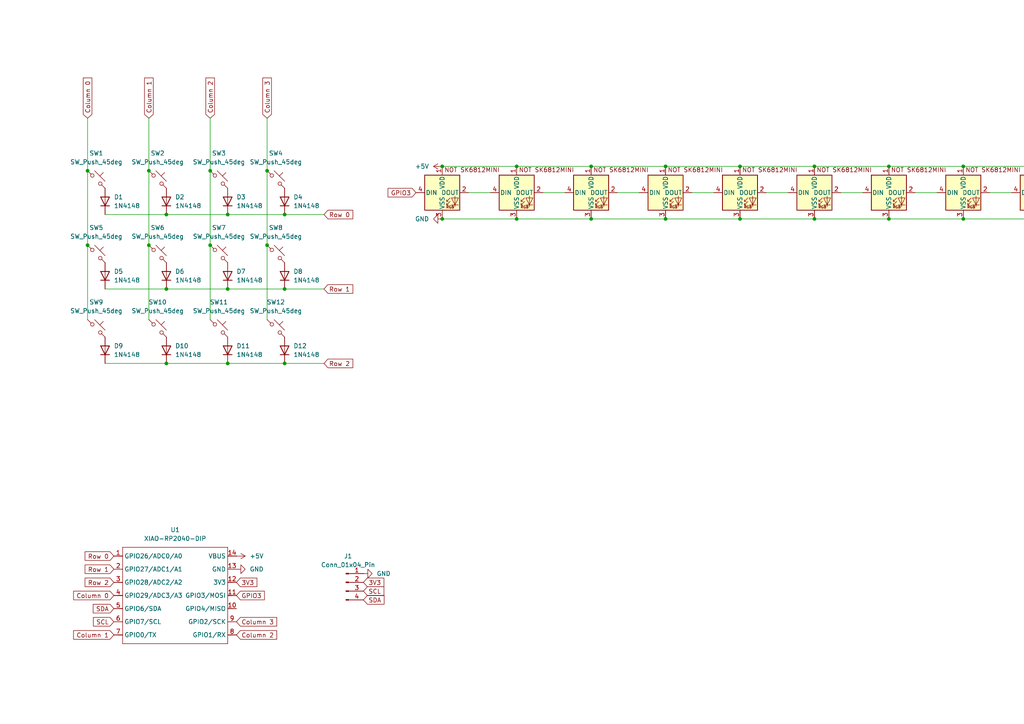
<source format=kicad_sch>
(kicad_sch
	(version 20250114)
	(generator "eeschema")
	(generator_version "9.0")
	(uuid "bfb010c6-c76c-436e-b319-401b08ce268b")
	(paper "A4")
	(lib_symbols
		(symbol "Connector:Conn_01x04_Pin"
			(pin_names
				(offset 1.016)
				(hide yes)
			)
			(exclude_from_sim no)
			(in_bom yes)
			(on_board yes)
			(property "Reference" "J"
				(at 0 5.08 0)
				(effects
					(font
						(size 1.27 1.27)
					)
				)
			)
			(property "Value" "Conn_01x04_Pin"
				(at 0 -7.62 0)
				(effects
					(font
						(size 1.27 1.27)
					)
				)
			)
			(property "Footprint" ""
				(at 0 0 0)
				(effects
					(font
						(size 1.27 1.27)
					)
					(hide yes)
				)
			)
			(property "Datasheet" "~"
				(at 0 0 0)
				(effects
					(font
						(size 1.27 1.27)
					)
					(hide yes)
				)
			)
			(property "Description" "Generic connector, single row, 01x04, script generated"
				(at 0 0 0)
				(effects
					(font
						(size 1.27 1.27)
					)
					(hide yes)
				)
			)
			(property "ki_locked" ""
				(at 0 0 0)
				(effects
					(font
						(size 1.27 1.27)
					)
				)
			)
			(property "ki_keywords" "connector"
				(at 0 0 0)
				(effects
					(font
						(size 1.27 1.27)
					)
					(hide yes)
				)
			)
			(property "ki_fp_filters" "Connector*:*_1x??_*"
				(at 0 0 0)
				(effects
					(font
						(size 1.27 1.27)
					)
					(hide yes)
				)
			)
			(symbol "Conn_01x04_Pin_1_1"
				(rectangle
					(start 0.8636 2.667)
					(end 0 2.413)
					(stroke
						(width 0.1524)
						(type default)
					)
					(fill
						(type outline)
					)
				)
				(rectangle
					(start 0.8636 0.127)
					(end 0 -0.127)
					(stroke
						(width 0.1524)
						(type default)
					)
					(fill
						(type outline)
					)
				)
				(rectangle
					(start 0.8636 -2.413)
					(end 0 -2.667)
					(stroke
						(width 0.1524)
						(type default)
					)
					(fill
						(type outline)
					)
				)
				(rectangle
					(start 0.8636 -4.953)
					(end 0 -5.207)
					(stroke
						(width 0.1524)
						(type default)
					)
					(fill
						(type outline)
					)
				)
				(polyline
					(pts
						(xy 1.27 2.54) (xy 0.8636 2.54)
					)
					(stroke
						(width 0.1524)
						(type default)
					)
					(fill
						(type none)
					)
				)
				(polyline
					(pts
						(xy 1.27 0) (xy 0.8636 0)
					)
					(stroke
						(width 0.1524)
						(type default)
					)
					(fill
						(type none)
					)
				)
				(polyline
					(pts
						(xy 1.27 -2.54) (xy 0.8636 -2.54)
					)
					(stroke
						(width 0.1524)
						(type default)
					)
					(fill
						(type none)
					)
				)
				(polyline
					(pts
						(xy 1.27 -5.08) (xy 0.8636 -5.08)
					)
					(stroke
						(width 0.1524)
						(type default)
					)
					(fill
						(type none)
					)
				)
				(pin passive line
					(at 5.08 2.54 180)
					(length 3.81)
					(name "Pin_1"
						(effects
							(font
								(size 1.27 1.27)
							)
						)
					)
					(number "1"
						(effects
							(font
								(size 1.27 1.27)
							)
						)
					)
				)
				(pin passive line
					(at 5.08 0 180)
					(length 3.81)
					(name "Pin_2"
						(effects
							(font
								(size 1.27 1.27)
							)
						)
					)
					(number "2"
						(effects
							(font
								(size 1.27 1.27)
							)
						)
					)
				)
				(pin passive line
					(at 5.08 -2.54 180)
					(length 3.81)
					(name "Pin_3"
						(effects
							(font
								(size 1.27 1.27)
							)
						)
					)
					(number "3"
						(effects
							(font
								(size 1.27 1.27)
							)
						)
					)
				)
				(pin passive line
					(at 5.08 -5.08 180)
					(length 3.81)
					(name "Pin_4"
						(effects
							(font
								(size 1.27 1.27)
							)
						)
					)
					(number "4"
						(effects
							(font
								(size 1.27 1.27)
							)
						)
					)
				)
			)
			(embedded_fonts no)
		)
		(symbol "Diode:1N4148"
			(pin_numbers
				(hide yes)
			)
			(pin_names
				(hide yes)
			)
			(exclude_from_sim no)
			(in_bom yes)
			(on_board yes)
			(property "Reference" "D"
				(at 0 2.54 0)
				(effects
					(font
						(size 1.27 1.27)
					)
				)
			)
			(property "Value" "1N4148"
				(at 0 -2.54 0)
				(effects
					(font
						(size 1.27 1.27)
					)
				)
			)
			(property "Footprint" "Diode_THT:D_DO-35_SOD27_P7.62mm_Horizontal"
				(at 0 0 0)
				(effects
					(font
						(size 1.27 1.27)
					)
					(hide yes)
				)
			)
			(property "Datasheet" "https://assets.nexperia.com/documents/data-sheet/1N4148_1N4448.pdf"
				(at 0 0 0)
				(effects
					(font
						(size 1.27 1.27)
					)
					(hide yes)
				)
			)
			(property "Description" "100V 0.15A standard switching diode, DO-35"
				(at 0 0 0)
				(effects
					(font
						(size 1.27 1.27)
					)
					(hide yes)
				)
			)
			(property "Sim.Device" "D"
				(at 0 0 0)
				(effects
					(font
						(size 1.27 1.27)
					)
					(hide yes)
				)
			)
			(property "Sim.Pins" "1=K 2=A"
				(at 0 0 0)
				(effects
					(font
						(size 1.27 1.27)
					)
					(hide yes)
				)
			)
			(property "ki_keywords" "diode"
				(at 0 0 0)
				(effects
					(font
						(size 1.27 1.27)
					)
					(hide yes)
				)
			)
			(property "ki_fp_filters" "D*DO?35*"
				(at 0 0 0)
				(effects
					(font
						(size 1.27 1.27)
					)
					(hide yes)
				)
			)
			(symbol "1N4148_0_1"
				(polyline
					(pts
						(xy -1.27 1.27) (xy -1.27 -1.27)
					)
					(stroke
						(width 0.254)
						(type default)
					)
					(fill
						(type none)
					)
				)
				(polyline
					(pts
						(xy 1.27 1.27) (xy 1.27 -1.27) (xy -1.27 0) (xy 1.27 1.27)
					)
					(stroke
						(width 0.254)
						(type default)
					)
					(fill
						(type none)
					)
				)
				(polyline
					(pts
						(xy 1.27 0) (xy -1.27 0)
					)
					(stroke
						(width 0)
						(type default)
					)
					(fill
						(type none)
					)
				)
			)
			(symbol "1N4148_1_1"
				(pin passive line
					(at -3.81 0 0)
					(length 2.54)
					(name "K"
						(effects
							(font
								(size 1.27 1.27)
							)
						)
					)
					(number "1"
						(effects
							(font
								(size 1.27 1.27)
							)
						)
					)
				)
				(pin passive line
					(at 3.81 0 180)
					(length 2.54)
					(name "A"
						(effects
							(font
								(size 1.27 1.27)
							)
						)
					)
					(number "2"
						(effects
							(font
								(size 1.27 1.27)
							)
						)
					)
				)
			)
			(embedded_fonts no)
		)
		(symbol "SK6812MINI-E:SK6812MINI-E"
			(pin_names
				(offset 0.254)
			)
			(exclude_from_sim no)
			(in_bom yes)
			(on_board yes)
			(property "Reference" "D"
				(at -3.556 5.842 0)
				(effects
					(font
						(size 1.27 1.27)
					)
					(justify right bottom)
				)
			)
			(property "Value" "SK6812MINI-E"
				(at 1.27 -5.715 0)
				(effects
					(font
						(size 1.27 1.27)
						(thickness 0.254)
						(bold yes)
					)
					(justify left top)
				)
			)
			(property "Footprint" "SK6812MINI-E - 3.2x2.8x1.78mm"
				(at 1.27 -7.62 0)
				(effects
					(font
						(size 1.27 1.27)
					)
					(justify left top)
					(hide yes)
				)
			)
			(property "Datasheet" "https://cdn-shop.adafruit.com/product-files/4960/4960_SK6812MINI-E_REV02_EN.pdf"
				(at 2.54 -9.525 0)
				(effects
					(font
						(size 1.27 1.27)
					)
					(justify left top)
					(hide yes)
				)
			)
			(property "Description" "RGB LED with integrated controller"
				(at 0 0 0)
				(effects
					(font
						(size 1.27 1.27)
					)
					(hide yes)
				)
			)
			(property "ki_keywords" "RGB LED NeoPixel Mini addressable"
				(at 0 0 0)
				(effects
					(font
						(size 1.27 1.27)
					)
					(hide yes)
				)
			)
			(property "ki_fp_filters" "LED*SK6812MINI*PLCC*3.5x3.5mm*P1.75mm*"
				(at 0 0 0)
				(effects
					(font
						(size 1.27 1.27)
					)
					(hide yes)
				)
			)
			(symbol "SK6812MINI-E_0_0"
				(text "RGB"
					(at 2.286 -4.191 0)
					(effects
						(font
							(size 0.762 0.762)
						)
					)
				)
			)
			(symbol "SK6812MINI-E_0_1"
				(rectangle
					(start -5.08 5.08)
					(end 5.08 -5.08)
					(stroke
						(width 0.254)
						(type default)
					)
					(fill
						(type background)
					)
				)
				(polyline
					(pts
						(xy 1.27 -2.54) (xy 1.778 -2.54)
					)
					(stroke
						(width 0)
						(type default)
					)
					(fill
						(type none)
					)
				)
				(polyline
					(pts
						(xy 1.27 -3.556) (xy 1.778 -3.556)
					)
					(stroke
						(width 0)
						(type default)
					)
					(fill
						(type none)
					)
				)
				(polyline
					(pts
						(xy 2.286 -1.524) (xy 1.27 -2.54) (xy 1.27 -2.032)
					)
					(stroke
						(width 0)
						(type default)
					)
					(fill
						(type none)
					)
				)
				(polyline
					(pts
						(xy 2.286 -2.54) (xy 1.27 -3.556) (xy 1.27 -3.048)
					)
					(stroke
						(width 0)
						(type default)
					)
					(fill
						(type none)
					)
				)
				(polyline
					(pts
						(xy 3.683 -1.016) (xy 3.683 -3.556) (xy 3.683 -4.064)
					)
					(stroke
						(width 0)
						(type default)
					)
					(fill
						(type none)
					)
				)
				(polyline
					(pts
						(xy 4.699 -1.524) (xy 2.667 -1.524) (xy 3.683 -3.556) (xy 4.699 -1.524)
					)
					(stroke
						(width 0)
						(type default)
					)
					(fill
						(type none)
					)
				)
				(polyline
					(pts
						(xy 4.699 -3.556) (xy 2.667 -3.556)
					)
					(stroke
						(width 0)
						(type default)
					)
					(fill
						(type none)
					)
				)
			)
			(symbol "SK6812MINI-E_1_1"
				(text "NOT SK6812MINI"
					(at 8.636 6.604 0)
					(effects
						(font
							(size 1.27 1.27)
						)
					)
				)
				(pin input line
					(at -7.62 0 0)
					(length 2.54)
					(name "DIN"
						(effects
							(font
								(size 1.27 1.27)
							)
						)
					)
					(number "4"
						(effects
							(font
								(size 1.27 1.27)
							)
						)
					)
				)
				(pin power_in line
					(at 0 7.62 270)
					(length 2.54)
					(name "VDD"
						(effects
							(font
								(size 1.27 1.27)
							)
						)
					)
					(number "1"
						(effects
							(font
								(size 1.27 1.27)
							)
						)
					)
				)
				(pin power_in line
					(at 0 -7.62 90)
					(length 2.54)
					(name "VSS"
						(effects
							(font
								(size 1.27 1.27)
							)
						)
					)
					(number "3"
						(effects
							(font
								(size 1.27 1.27)
							)
						)
					)
				)
				(pin output line
					(at 7.62 0 180)
					(length 2.54)
					(name "DOUT"
						(effects
							(font
								(size 1.27 1.27)
							)
						)
					)
					(number "2"
						(effects
							(font
								(size 1.27 1.27)
							)
						)
					)
				)
			)
			(embedded_fonts no)
		)
		(symbol "Seeed_Studio_XIAO_Series:XIAO-RP2040-DIP"
			(exclude_from_sim no)
			(in_bom yes)
			(on_board yes)
			(property "Reference" "U"
				(at 0 0 0)
				(effects
					(font
						(size 1.27 1.27)
					)
				)
			)
			(property "Value" "XIAO-RP2040-DIP"
				(at 5.334 -1.778 0)
				(effects
					(font
						(size 1.27 1.27)
					)
				)
			)
			(property "Footprint" "Module:MOUDLE14P-XIAO-DIP-SMD"
				(at 14.478 -32.258 0)
				(effects
					(font
						(size 1.27 1.27)
					)
					(hide yes)
				)
			)
			(property "Datasheet" ""
				(at 0 0 0)
				(effects
					(font
						(size 1.27 1.27)
					)
					(hide yes)
				)
			)
			(property "Description" ""
				(at 0 0 0)
				(effects
					(font
						(size 1.27 1.27)
					)
					(hide yes)
				)
			)
			(symbol "XIAO-RP2040-DIP_1_0"
				(polyline
					(pts
						(xy -1.27 -2.54) (xy 29.21 -2.54)
					)
					(stroke
						(width 0.1524)
						(type solid)
					)
					(fill
						(type none)
					)
				)
				(polyline
					(pts
						(xy -1.27 -5.08) (xy -2.54 -5.08)
					)
					(stroke
						(width 0.1524)
						(type solid)
					)
					(fill
						(type none)
					)
				)
				(polyline
					(pts
						(xy -1.27 -5.08) (xy -1.27 -2.54)
					)
					(stroke
						(width 0.1524)
						(type solid)
					)
					(fill
						(type none)
					)
				)
				(polyline
					(pts
						(xy -1.27 -8.89) (xy -2.54 -8.89)
					)
					(stroke
						(width 0.1524)
						(type solid)
					)
					(fill
						(type none)
					)
				)
				(polyline
					(pts
						(xy -1.27 -8.89) (xy -1.27 -5.08)
					)
					(stroke
						(width 0.1524)
						(type solid)
					)
					(fill
						(type none)
					)
				)
				(polyline
					(pts
						(xy -1.27 -12.7) (xy -2.54 -12.7)
					)
					(stroke
						(width 0.1524)
						(type solid)
					)
					(fill
						(type none)
					)
				)
				(polyline
					(pts
						(xy -1.27 -12.7) (xy -1.27 -8.89)
					)
					(stroke
						(width 0.1524)
						(type solid)
					)
					(fill
						(type none)
					)
				)
				(polyline
					(pts
						(xy -1.27 -16.51) (xy -2.54 -16.51)
					)
					(stroke
						(width 0.1524)
						(type solid)
					)
					(fill
						(type none)
					)
				)
				(polyline
					(pts
						(xy -1.27 -16.51) (xy -1.27 -12.7)
					)
					(stroke
						(width 0.1524)
						(type solid)
					)
					(fill
						(type none)
					)
				)
				(polyline
					(pts
						(xy -1.27 -20.32) (xy -2.54 -20.32)
					)
					(stroke
						(width 0.1524)
						(type solid)
					)
					(fill
						(type none)
					)
				)
				(polyline
					(pts
						(xy -1.27 -24.13) (xy -2.54 -24.13)
					)
					(stroke
						(width 0.1524)
						(type solid)
					)
					(fill
						(type none)
					)
				)
				(polyline
					(pts
						(xy -1.27 -27.94) (xy -2.54 -27.94)
					)
					(stroke
						(width 0.1524)
						(type solid)
					)
					(fill
						(type none)
					)
				)
				(polyline
					(pts
						(xy -1.27 -30.48) (xy -1.27 -16.51)
					)
					(stroke
						(width 0.1524)
						(type solid)
					)
					(fill
						(type none)
					)
				)
				(polyline
					(pts
						(xy 29.21 -2.54) (xy 29.21 -5.08)
					)
					(stroke
						(width 0.1524)
						(type solid)
					)
					(fill
						(type none)
					)
				)
				(polyline
					(pts
						(xy 29.21 -5.08) (xy 29.21 -8.89)
					)
					(stroke
						(width 0.1524)
						(type solid)
					)
					(fill
						(type none)
					)
				)
				(polyline
					(pts
						(xy 29.21 -8.89) (xy 29.21 -12.7)
					)
					(stroke
						(width 0.1524)
						(type solid)
					)
					(fill
						(type none)
					)
				)
				(polyline
					(pts
						(xy 29.21 -12.7) (xy 29.21 -30.48)
					)
					(stroke
						(width 0.1524)
						(type solid)
					)
					(fill
						(type none)
					)
				)
				(polyline
					(pts
						(xy 29.21 -30.48) (xy -1.27 -30.48)
					)
					(stroke
						(width 0.1524)
						(type solid)
					)
					(fill
						(type none)
					)
				)
				(polyline
					(pts
						(xy 30.48 -5.08) (xy 29.21 -5.08)
					)
					(stroke
						(width 0.1524)
						(type solid)
					)
					(fill
						(type none)
					)
				)
				(polyline
					(pts
						(xy 30.48 -8.89) (xy 29.21 -8.89)
					)
					(stroke
						(width 0.1524)
						(type solid)
					)
					(fill
						(type none)
					)
				)
				(polyline
					(pts
						(xy 30.48 -12.7) (xy 29.21 -12.7)
					)
					(stroke
						(width 0.1524)
						(type solid)
					)
					(fill
						(type none)
					)
				)
				(polyline
					(pts
						(xy 30.48 -16.51) (xy 29.21 -16.51)
					)
					(stroke
						(width 0.1524)
						(type solid)
					)
					(fill
						(type none)
					)
				)
				(polyline
					(pts
						(xy 30.48 -20.32) (xy 29.21 -20.32)
					)
					(stroke
						(width 0.1524)
						(type solid)
					)
					(fill
						(type none)
					)
				)
				(polyline
					(pts
						(xy 30.48 -24.13) (xy 29.21 -24.13)
					)
					(stroke
						(width 0.1524)
						(type solid)
					)
					(fill
						(type none)
					)
				)
				(polyline
					(pts
						(xy 30.48 -27.94) (xy 29.21 -27.94)
					)
					(stroke
						(width 0.1524)
						(type solid)
					)
					(fill
						(type none)
					)
				)
				(pin passive line
					(at -3.81 -5.08 0)
					(length 2.54)
					(name "GPIO26/ADC0/A0"
						(effects
							(font
								(size 1.27 1.27)
							)
						)
					)
					(number "1"
						(effects
							(font
								(size 1.27 1.27)
							)
						)
					)
				)
				(pin passive line
					(at -3.81 -8.89 0)
					(length 2.54)
					(name "GPIO27/ADC1/A1"
						(effects
							(font
								(size 1.27 1.27)
							)
						)
					)
					(number "2"
						(effects
							(font
								(size 1.27 1.27)
							)
						)
					)
				)
				(pin passive line
					(at -3.81 -12.7 0)
					(length 2.54)
					(name "GPIO28/ADC2/A2"
						(effects
							(font
								(size 1.27 1.27)
							)
						)
					)
					(number "3"
						(effects
							(font
								(size 1.27 1.27)
							)
						)
					)
				)
				(pin passive line
					(at -3.81 -16.51 0)
					(length 2.54)
					(name "GPIO29/ADC3/A3"
						(effects
							(font
								(size 1.27 1.27)
							)
						)
					)
					(number "4"
						(effects
							(font
								(size 1.27 1.27)
							)
						)
					)
				)
				(pin passive line
					(at -3.81 -20.32 0)
					(length 2.54)
					(name "GPIO6/SDA"
						(effects
							(font
								(size 1.27 1.27)
							)
						)
					)
					(number "5"
						(effects
							(font
								(size 1.27 1.27)
							)
						)
					)
				)
				(pin passive line
					(at -3.81 -24.13 0)
					(length 2.54)
					(name "GPIO7/SCL"
						(effects
							(font
								(size 1.27 1.27)
							)
						)
					)
					(number "6"
						(effects
							(font
								(size 1.27 1.27)
							)
						)
					)
				)
				(pin passive line
					(at -3.81 -27.94 0)
					(length 2.54)
					(name "GPIO0/TX"
						(effects
							(font
								(size 1.27 1.27)
							)
						)
					)
					(number "7"
						(effects
							(font
								(size 1.27 1.27)
							)
						)
					)
				)
				(pin passive line
					(at 31.75 -5.08 180)
					(length 2.54)
					(name "VBUS"
						(effects
							(font
								(size 1.27 1.27)
							)
						)
					)
					(number "14"
						(effects
							(font
								(size 1.27 1.27)
							)
						)
					)
				)
				(pin passive line
					(at 31.75 -8.89 180)
					(length 2.54)
					(name "GND"
						(effects
							(font
								(size 1.27 1.27)
							)
						)
					)
					(number "13"
						(effects
							(font
								(size 1.27 1.27)
							)
						)
					)
				)
				(pin passive line
					(at 31.75 -12.7 180)
					(length 2.54)
					(name "3V3"
						(effects
							(font
								(size 1.27 1.27)
							)
						)
					)
					(number "12"
						(effects
							(font
								(size 1.27 1.27)
							)
						)
					)
				)
				(pin passive line
					(at 31.75 -16.51 180)
					(length 2.54)
					(name "GPIO3/MOSI"
						(effects
							(font
								(size 1.27 1.27)
							)
						)
					)
					(number "11"
						(effects
							(font
								(size 1.27 1.27)
							)
						)
					)
				)
				(pin passive line
					(at 31.75 -20.32 180)
					(length 2.54)
					(name "GPIO4/MISO"
						(effects
							(font
								(size 1.27 1.27)
							)
						)
					)
					(number "10"
						(effects
							(font
								(size 1.27 1.27)
							)
						)
					)
				)
				(pin passive line
					(at 31.75 -24.13 180)
					(length 2.54)
					(name "GPIO2/SCK"
						(effects
							(font
								(size 1.27 1.27)
							)
						)
					)
					(number "9"
						(effects
							(font
								(size 1.27 1.27)
							)
						)
					)
				)
				(pin passive line
					(at 31.75 -27.94 180)
					(length 2.54)
					(name "GPIO1/RX"
						(effects
							(font
								(size 1.27 1.27)
							)
						)
					)
					(number "8"
						(effects
							(font
								(size 1.27 1.27)
							)
						)
					)
				)
			)
			(embedded_fonts no)
		)
		(symbol "Switch:SW_Push_45deg"
			(pin_numbers
				(hide yes)
			)
			(pin_names
				(offset 1.016)
				(hide yes)
			)
			(exclude_from_sim no)
			(in_bom yes)
			(on_board yes)
			(property "Reference" "SW"
				(at 3.048 1.016 0)
				(effects
					(font
						(size 1.27 1.27)
					)
					(justify left)
				)
			)
			(property "Value" "SW_Push_45deg"
				(at 0 -3.81 0)
				(effects
					(font
						(size 1.27 1.27)
					)
				)
			)
			(property "Footprint" ""
				(at 0 0 0)
				(effects
					(font
						(size 1.27 1.27)
					)
					(hide yes)
				)
			)
			(property "Datasheet" "~"
				(at 0 0 0)
				(effects
					(font
						(size 1.27 1.27)
					)
					(hide yes)
				)
			)
			(property "Description" "Push button switch, normally open, two pins, 45° tilted"
				(at 0 0 0)
				(effects
					(font
						(size 1.27 1.27)
					)
					(hide yes)
				)
			)
			(property "ki_keywords" "switch normally-open pushbutton push-button"
				(at 0 0 0)
				(effects
					(font
						(size 1.27 1.27)
					)
					(hide yes)
				)
			)
			(symbol "SW_Push_45deg_0_1"
				(polyline
					(pts
						(xy -2.54 2.54) (xy -1.524 1.524) (xy -1.524 1.524)
					)
					(stroke
						(width 0)
						(type default)
					)
					(fill
						(type none)
					)
				)
				(circle
					(center -1.1684 1.1684)
					(radius 0.508)
					(stroke
						(width 0)
						(type default)
					)
					(fill
						(type none)
					)
				)
				(polyline
					(pts
						(xy -0.508 2.54) (xy 2.54 -0.508)
					)
					(stroke
						(width 0)
						(type default)
					)
					(fill
						(type none)
					)
				)
				(polyline
					(pts
						(xy 1.016 1.016) (xy 2.032 2.032)
					)
					(stroke
						(width 0)
						(type default)
					)
					(fill
						(type none)
					)
				)
				(circle
					(center 1.143 -1.1938)
					(radius 0.508)
					(stroke
						(width 0)
						(type default)
					)
					(fill
						(type none)
					)
				)
				(polyline
					(pts
						(xy 1.524 -1.524) (xy 2.54 -2.54) (xy 2.54 -2.54) (xy 2.54 -2.54)
					)
					(stroke
						(width 0)
						(type default)
					)
					(fill
						(type none)
					)
				)
				(pin passive line
					(at -2.54 2.54 0)
					(length 0)
					(name "1"
						(effects
							(font
								(size 1.27 1.27)
							)
						)
					)
					(number "1"
						(effects
							(font
								(size 1.27 1.27)
							)
						)
					)
				)
				(pin passive line
					(at 2.54 -2.54 180)
					(length 0)
					(name "2"
						(effects
							(font
								(size 1.27 1.27)
							)
						)
					)
					(number "2"
						(effects
							(font
								(size 1.27 1.27)
							)
						)
					)
				)
			)
			(embedded_fonts no)
		)
		(symbol "power:+5V"
			(power)
			(pin_numbers
				(hide yes)
			)
			(pin_names
				(offset 0)
				(hide yes)
			)
			(exclude_from_sim no)
			(in_bom yes)
			(on_board yes)
			(property "Reference" "#PWR"
				(at 0 -3.81 0)
				(effects
					(font
						(size 1.27 1.27)
					)
					(hide yes)
				)
			)
			(property "Value" "+5V"
				(at 0 3.556 0)
				(effects
					(font
						(size 1.27 1.27)
					)
				)
			)
			(property "Footprint" ""
				(at 0 0 0)
				(effects
					(font
						(size 1.27 1.27)
					)
					(hide yes)
				)
			)
			(property "Datasheet" ""
				(at 0 0 0)
				(effects
					(font
						(size 1.27 1.27)
					)
					(hide yes)
				)
			)
			(property "Description" "Power symbol creates a global label with name \"+5V\""
				(at 0 0 0)
				(effects
					(font
						(size 1.27 1.27)
					)
					(hide yes)
				)
			)
			(property "ki_keywords" "global power"
				(at 0 0 0)
				(effects
					(font
						(size 1.27 1.27)
					)
					(hide yes)
				)
			)
			(symbol "+5V_0_1"
				(polyline
					(pts
						(xy -0.762 1.27) (xy 0 2.54)
					)
					(stroke
						(width 0)
						(type default)
					)
					(fill
						(type none)
					)
				)
				(polyline
					(pts
						(xy 0 2.54) (xy 0.762 1.27)
					)
					(stroke
						(width 0)
						(type default)
					)
					(fill
						(type none)
					)
				)
				(polyline
					(pts
						(xy 0 0) (xy 0 2.54)
					)
					(stroke
						(width 0)
						(type default)
					)
					(fill
						(type none)
					)
				)
			)
			(symbol "+5V_1_1"
				(pin power_in line
					(at 0 0 90)
					(length 0)
					(name "~"
						(effects
							(font
								(size 1.27 1.27)
							)
						)
					)
					(number "1"
						(effects
							(font
								(size 1.27 1.27)
							)
						)
					)
				)
			)
			(embedded_fonts no)
		)
		(symbol "power:GND"
			(power)
			(pin_numbers
				(hide yes)
			)
			(pin_names
				(offset 0)
				(hide yes)
			)
			(exclude_from_sim no)
			(in_bom yes)
			(on_board yes)
			(property "Reference" "#PWR"
				(at 0 -6.35 0)
				(effects
					(font
						(size 1.27 1.27)
					)
					(hide yes)
				)
			)
			(property "Value" "GND"
				(at 0 -3.81 0)
				(effects
					(font
						(size 1.27 1.27)
					)
				)
			)
			(property "Footprint" ""
				(at 0 0 0)
				(effects
					(font
						(size 1.27 1.27)
					)
					(hide yes)
				)
			)
			(property "Datasheet" ""
				(at 0 0 0)
				(effects
					(font
						(size 1.27 1.27)
					)
					(hide yes)
				)
			)
			(property "Description" "Power symbol creates a global label with name \"GND\" , ground"
				(at 0 0 0)
				(effects
					(font
						(size 1.27 1.27)
					)
					(hide yes)
				)
			)
			(property "ki_keywords" "global power"
				(at 0 0 0)
				(effects
					(font
						(size 1.27 1.27)
					)
					(hide yes)
				)
			)
			(symbol "GND_0_1"
				(polyline
					(pts
						(xy 0 0) (xy 0 -1.27) (xy 1.27 -1.27) (xy 0 -2.54) (xy -1.27 -1.27) (xy 0 -1.27)
					)
					(stroke
						(width 0)
						(type default)
					)
					(fill
						(type none)
					)
				)
			)
			(symbol "GND_1_1"
				(pin power_in line
					(at 0 0 270)
					(length 0)
					(name "~"
						(effects
							(font
								(size 1.27 1.27)
							)
						)
					)
					(number "1"
						(effects
							(font
								(size 1.27 1.27)
							)
						)
					)
				)
			)
			(embedded_fonts no)
		)
	)
	(junction
		(at 77.47 71.12)
		(diameter 0)
		(color 0 0 0 0)
		(uuid "054420c5-0dce-45ea-9500-5f4758c1f2fa")
	)
	(junction
		(at 66.04 83.82)
		(diameter 0)
		(color 0 0 0 0)
		(uuid "09f08d9a-b9a4-4a1c-b058-8336eeec68ac")
	)
	(junction
		(at 193.04 48.26)
		(diameter 0)
		(color 0 0 0 0)
		(uuid "0a77220d-ead2-4ef4-b80f-cb6ac043d3c6")
	)
	(junction
		(at 60.96 49.53)
		(diameter 0)
		(color 0 0 0 0)
		(uuid "0f58a911-512e-4e59-8b75-c596fbb4de0e")
	)
	(junction
		(at 322.58 48.26)
		(diameter 0)
		(color 0 0 0 0)
		(uuid "1108506c-f268-48f7-9d17-d74b659a6e7d")
	)
	(junction
		(at 365.76 63.5)
		(diameter 0)
		(color 0 0 0 0)
		(uuid "1284f392-c909-4922-b00a-ab62bb5faa5c")
	)
	(junction
		(at 344.17 48.26)
		(diameter 0)
		(color 0 0 0 0)
		(uuid "171f9e77-eed6-4013-a146-d6aa260dd0c0")
	)
	(junction
		(at 257.81 63.5)
		(diameter 0)
		(color 0 0 0 0)
		(uuid "17e29e9c-b4cb-4e8a-81b6-40e5dde63e5c")
	)
	(junction
		(at 236.22 48.26)
		(diameter 0)
		(color 0 0 0 0)
		(uuid "1ce720ee-3223-4291-8657-3fed51832d7a")
	)
	(junction
		(at 66.04 105.41)
		(diameter 0)
		(color 0 0 0 0)
		(uuid "2309f977-a583-4ffe-a960-6ba18a550d6a")
	)
	(junction
		(at 77.47 49.53)
		(diameter 0)
		(color 0 0 0 0)
		(uuid "27edbed9-59b3-4e42-8b5e-f5840917c83e")
	)
	(junction
		(at 48.26 83.82)
		(diameter 0)
		(color 0 0 0 0)
		(uuid "28c6fdaf-809f-440e-bfe3-6cc59eddd5db")
	)
	(junction
		(at 430.53 63.5)
		(diameter 0)
		(color 0 0 0 0)
		(uuid "2a0b5e34-338c-48fd-911a-5076a4a4dd47")
	)
	(junction
		(at 365.76 48.26)
		(diameter 0)
		(color 0 0 0 0)
		(uuid "2e94b176-88b5-4ece-879f-101bad4ea93f")
	)
	(junction
		(at 60.96 71.12)
		(diameter 0)
		(color 0 0 0 0)
		(uuid "38bc0135-38de-426f-a756-46b5382abe44")
	)
	(junction
		(at 128.27 48.26)
		(diameter 0)
		(color 0 0 0 0)
		(uuid "4c0f88cb-25f0-4ab4-b655-b119854f2265")
	)
	(junction
		(at 43.18 71.12)
		(diameter 0)
		(color 0 0 0 0)
		(uuid "54a7655c-8516-476f-9e02-b039aebc1736")
	)
	(junction
		(at 25.4 49.53)
		(diameter 0)
		(color 0 0 0 0)
		(uuid "6676f983-c0be-46a3-8eba-46e3255f5ce2")
	)
	(junction
		(at 344.17 63.5)
		(diameter 0)
		(color 0 0 0 0)
		(uuid "678cc1aa-15ec-4671-bcf5-520816e60fab")
	)
	(junction
		(at 43.18 49.53)
		(diameter 0)
		(color 0 0 0 0)
		(uuid "69590991-b426-4c70-a0d2-214e667509d1")
	)
	(junction
		(at 279.4 63.5)
		(diameter 0)
		(color 0 0 0 0)
		(uuid "6bafd5ae-b360-4f68-9fe1-6cf8b2aee1b6")
	)
	(junction
		(at 149.86 48.26)
		(diameter 0)
		(color 0 0 0 0)
		(uuid "71d6e5bf-e4ae-4117-aaee-f1bc8a1624d5")
	)
	(junction
		(at 408.94 48.26)
		(diameter 0)
		(color 0 0 0 0)
		(uuid "7266e010-d661-4413-aa71-939e18688253")
	)
	(junction
		(at 430.53 48.26)
		(diameter 0)
		(color 0 0 0 0)
		(uuid "75c83a49-c953-4df5-b376-07c143677f8b")
	)
	(junction
		(at 82.55 62.23)
		(diameter 0)
		(color 0 0 0 0)
		(uuid "79ff3caf-b6b5-4c6e-9b85-6e80fc0aee34")
	)
	(junction
		(at 48.26 105.41)
		(diameter 0)
		(color 0 0 0 0)
		(uuid "7fffec29-f5eb-4905-8c02-cd8965d05f58")
	)
	(junction
		(at 408.94 63.5)
		(diameter 0)
		(color 0 0 0 0)
		(uuid "92de7e40-8df7-4063-b51a-4b4cf55aff55")
	)
	(junction
		(at 171.45 48.26)
		(diameter 0)
		(color 0 0 0 0)
		(uuid "9cdbd71a-a91e-4721-a47e-9145b15cc8b2")
	)
	(junction
		(at 279.4 48.26)
		(diameter 0)
		(color 0 0 0 0)
		(uuid "a8dc344a-5c35-480a-ba2b-12df9e295f80")
	)
	(junction
		(at 128.27 63.5)
		(diameter 0)
		(color 0 0 0 0)
		(uuid "b0af09b7-f54f-4075-bd0a-dccd6761bdab")
	)
	(junction
		(at 236.22 63.5)
		(diameter 0)
		(color 0 0 0 0)
		(uuid "b0c4ce61-278c-4daa-9fec-5e03cdec4ebf")
	)
	(junction
		(at 387.35 48.26)
		(diameter 0)
		(color 0 0 0 0)
		(uuid "b8ade149-330e-4f8a-8da0-374af81ea44c")
	)
	(junction
		(at 214.63 48.26)
		(diameter 0)
		(color 0 0 0 0)
		(uuid "b8d1993a-9063-4478-8fd6-2b4758bd4309")
	)
	(junction
		(at 322.58 63.5)
		(diameter 0)
		(color 0 0 0 0)
		(uuid "c1278a75-4fb4-42ac-a276-c7b170cbac08")
	)
	(junction
		(at 171.45 63.5)
		(diameter 0)
		(color 0 0 0 0)
		(uuid "c699ea19-3fd2-4827-8843-5c0afb37609e")
	)
	(junction
		(at 300.99 48.26)
		(diameter 0)
		(color 0 0 0 0)
		(uuid "cf017388-216e-4c3a-a14f-400bde8093ab")
	)
	(junction
		(at 149.86 63.5)
		(diameter 0)
		(color 0 0 0 0)
		(uuid "dd8f1978-7769-4923-9c03-5d1e754848c0")
	)
	(junction
		(at 66.04 62.23)
		(diameter 0)
		(color 0 0 0 0)
		(uuid "e250b79d-763f-4af8-bd60-cda03ea77d73")
	)
	(junction
		(at 387.35 63.5)
		(diameter 0)
		(color 0 0 0 0)
		(uuid "e5db1158-c9f2-4c50-afc7-29447d75e511")
	)
	(junction
		(at 82.55 105.41)
		(diameter 0)
		(color 0 0 0 0)
		(uuid "e6eb6e87-f0b1-4538-9931-1e586e5218fa")
	)
	(junction
		(at 300.99 63.5)
		(diameter 0)
		(color 0 0 0 0)
		(uuid "e79103c3-eb72-4c47-a8f0-72a10f077ece")
	)
	(junction
		(at 193.04 63.5)
		(diameter 0)
		(color 0 0 0 0)
		(uuid "ebaf1eaf-face-4302-956f-ef72ff3f8a42")
	)
	(junction
		(at 82.55 83.82)
		(diameter 0)
		(color 0 0 0 0)
		(uuid "ef163719-5559-4c18-a611-104604daf012")
	)
	(junction
		(at 25.4 71.12)
		(diameter 0)
		(color 0 0 0 0)
		(uuid "f5729dc8-d4fd-421b-b4a4-6efef46b766e")
	)
	(junction
		(at 257.81 48.26)
		(diameter 0)
		(color 0 0 0 0)
		(uuid "fa5e624c-4947-4962-b560-1ca9b7a731c9")
	)
	(junction
		(at 214.63 63.5)
		(diameter 0)
		(color 0 0 0 0)
		(uuid "fc1f3ba3-525a-4c80-a83a-1103ec961c30")
	)
	(junction
		(at 48.26 62.23)
		(diameter 0)
		(color 0 0 0 0)
		(uuid "fd429fdf-e7f4-436d-978c-bb0771756415")
	)
	(wire
		(pts
			(xy 279.4 63.5) (xy 300.99 63.5)
		)
		(stroke
			(width 0)
			(type default)
		)
		(uuid "00a8165c-41fc-455d-bd4e-eabcc6d311b9")
	)
	(wire
		(pts
			(xy 387.35 48.26) (xy 408.94 48.26)
		)
		(stroke
			(width 0)
			(type default)
		)
		(uuid "011d3ae8-0a2f-41a6-8458-14231682d4dc")
	)
	(wire
		(pts
			(xy 66.04 105.41) (xy 82.55 105.41)
		)
		(stroke
			(width 0)
			(type default)
		)
		(uuid "01dbd4e4-0920-4915-bf0d-768b807dd6c6")
	)
	(wire
		(pts
			(xy 43.18 34.29) (xy 43.18 49.53)
		)
		(stroke
			(width 0)
			(type default)
		)
		(uuid "0378ef6e-2cce-4b84-859e-193e17f5b416")
	)
	(wire
		(pts
			(xy 193.04 63.5) (xy 214.63 63.5)
		)
		(stroke
			(width 0)
			(type default)
		)
		(uuid "06ad0ca2-fd7e-4eed-8c0b-283c0b7c291e")
	)
	(wire
		(pts
			(xy 135.89 55.88) (xy 142.24 55.88)
		)
		(stroke
			(width 0)
			(type default)
		)
		(uuid "06cf8286-707c-4f4d-a5a6-4d3402acb58c")
	)
	(wire
		(pts
			(xy 171.45 48.26) (xy 193.04 48.26)
		)
		(stroke
			(width 0)
			(type default)
		)
		(uuid "0d688366-4e25-4842-a333-86ab28494fa5")
	)
	(wire
		(pts
			(xy 430.53 48.26) (xy 452.12 48.26)
		)
		(stroke
			(width 0)
			(type default)
		)
		(uuid "1109631f-73cf-417a-9c21-9bbb1cc70ab5")
	)
	(wire
		(pts
			(xy 236.22 48.26) (xy 257.81 48.26)
		)
		(stroke
			(width 0)
			(type default)
		)
		(uuid "1629e17a-a8f9-4d78-884a-c6c7b0f977b1")
	)
	(wire
		(pts
			(xy 257.81 63.5) (xy 279.4 63.5)
		)
		(stroke
			(width 0)
			(type default)
		)
		(uuid "1d25d045-fd82-4d4c-9043-c0cb84a78685")
	)
	(wire
		(pts
			(xy 365.76 48.26) (xy 387.35 48.26)
		)
		(stroke
			(width 0)
			(type default)
		)
		(uuid "1fe18009-2e7c-4bbe-a252-71a092c94848")
	)
	(wire
		(pts
			(xy 330.2 55.88) (xy 336.55 55.88)
		)
		(stroke
			(width 0)
			(type default)
		)
		(uuid "208b1d54-eec4-4c86-99ac-109cfa47d795")
	)
	(wire
		(pts
			(xy 77.47 71.12) (xy 77.47 92.71)
		)
		(stroke
			(width 0)
			(type default)
		)
		(uuid "2204bee1-08a0-4e33-b487-0f68d942c652")
	)
	(wire
		(pts
			(xy 322.58 48.26) (xy 344.17 48.26)
		)
		(stroke
			(width 0)
			(type default)
		)
		(uuid "265d74ea-4ea6-443d-b709-6da06ad63f34")
	)
	(wire
		(pts
			(xy 43.18 49.53) (xy 43.18 71.12)
		)
		(stroke
			(width 0)
			(type default)
		)
		(uuid "27edc874-ec0e-462a-aa0b-a78da4e0bc2f")
	)
	(wire
		(pts
			(xy 416.56 55.88) (xy 422.91 55.88)
		)
		(stroke
			(width 0)
			(type default)
		)
		(uuid "2b6d222f-eb51-42b5-b027-c4b93b88b0c2")
	)
	(wire
		(pts
			(xy 60.96 49.53) (xy 60.96 71.12)
		)
		(stroke
			(width 0)
			(type default)
		)
		(uuid "30d1a145-4aaf-4fa0-9a10-ef72d74df10f")
	)
	(wire
		(pts
			(xy 25.4 49.53) (xy 25.4 71.12)
		)
		(stroke
			(width 0)
			(type default)
		)
		(uuid "35a9c22b-faa1-46f7-843c-6f2174069ffe")
	)
	(wire
		(pts
			(xy 287.02 55.88) (xy 293.37 55.88)
		)
		(stroke
			(width 0)
			(type default)
		)
		(uuid "3b5b5344-9e7e-4119-8677-d81ba03ea2ef")
	)
	(wire
		(pts
			(xy 308.61 55.88) (xy 314.96 55.88)
		)
		(stroke
			(width 0)
			(type default)
		)
		(uuid "4085e903-5027-4a71-ba39-0676bca18326")
	)
	(wire
		(pts
			(xy 351.79 55.88) (xy 358.14 55.88)
		)
		(stroke
			(width 0)
			(type default)
		)
		(uuid "4695fd71-9fc5-4a5d-b4e3-4ec331355443")
	)
	(wire
		(pts
			(xy 77.47 49.53) (xy 77.47 71.12)
		)
		(stroke
			(width 0)
			(type default)
		)
		(uuid "4b62b9e7-3615-4644-a108-69020a7e8136")
	)
	(wire
		(pts
			(xy 236.22 63.5) (xy 257.81 63.5)
		)
		(stroke
			(width 0)
			(type default)
		)
		(uuid "65bdcf1f-e26a-4003-a63e-9057b983a3a7")
	)
	(wire
		(pts
			(xy 322.58 63.5) (xy 344.17 63.5)
		)
		(stroke
			(width 0)
			(type default)
		)
		(uuid "70cad05f-6d89-47b3-89f1-9978e66bdce7")
	)
	(wire
		(pts
			(xy 214.63 63.5) (xy 236.22 63.5)
		)
		(stroke
			(width 0)
			(type default)
		)
		(uuid "74dfdc2c-e4ae-432e-8937-3b754e907380")
	)
	(wire
		(pts
			(xy 222.25 55.88) (xy 228.6 55.88)
		)
		(stroke
			(width 0)
			(type default)
		)
		(uuid "74e9bc31-8132-43f1-8fa1-648590872e76")
	)
	(wire
		(pts
			(xy 25.4 71.12) (xy 25.4 92.71)
		)
		(stroke
			(width 0)
			(type default)
		)
		(uuid "76cf5380-2277-49c9-bc89-6e8e7f5aeb9b")
	)
	(wire
		(pts
			(xy 243.84 55.88) (xy 250.19 55.88)
		)
		(stroke
			(width 0)
			(type default)
		)
		(uuid "79207b78-9307-4eab-8c13-83dd784ff7a6")
	)
	(wire
		(pts
			(xy 82.55 83.82) (xy 93.98 83.82)
		)
		(stroke
			(width 0)
			(type default)
		)
		(uuid "79acc95d-d49f-42e2-ae22-9766db659865")
	)
	(wire
		(pts
			(xy 387.35 63.5) (xy 408.94 63.5)
		)
		(stroke
			(width 0)
			(type default)
		)
		(uuid "84e3456e-c3ae-4faa-b6c9-f7d8520b5ede")
	)
	(wire
		(pts
			(xy 265.43 55.88) (xy 271.78 55.88)
		)
		(stroke
			(width 0)
			(type default)
		)
		(uuid "85666d46-410a-4d4b-864e-79e06242ba9f")
	)
	(wire
		(pts
			(xy 30.48 83.82) (xy 48.26 83.82)
		)
		(stroke
			(width 0)
			(type default)
		)
		(uuid "87bdbb64-9fa2-4493-b41d-7a1a93118234")
	)
	(wire
		(pts
			(xy 77.47 34.29) (xy 77.47 49.53)
		)
		(stroke
			(width 0)
			(type default)
		)
		(uuid "88f8aef8-68da-460f-88bc-81f994e57583")
	)
	(wire
		(pts
			(xy 200.66 55.88) (xy 207.01 55.88)
		)
		(stroke
			(width 0)
			(type default)
		)
		(uuid "8ae6ad9d-df9b-40e2-b0d5-9e69825c6884")
	)
	(wire
		(pts
			(xy 149.86 63.5) (xy 171.45 63.5)
		)
		(stroke
			(width 0)
			(type default)
		)
		(uuid "9346cb1a-7629-4297-90ae-17bd81bdcbc2")
	)
	(wire
		(pts
			(xy 66.04 83.82) (xy 82.55 83.82)
		)
		(stroke
			(width 0)
			(type default)
		)
		(uuid "96e08373-5350-4139-bad3-2b1816237143")
	)
	(wire
		(pts
			(xy 193.04 48.26) (xy 214.63 48.26)
		)
		(stroke
			(width 0)
			(type default)
		)
		(uuid "9c4fc251-8778-453d-8e33-3f2049731746")
	)
	(wire
		(pts
			(xy 214.63 48.26) (xy 236.22 48.26)
		)
		(stroke
			(width 0)
			(type default)
		)
		(uuid "9c9c945d-2ca8-47a4-9244-9591cba99d93")
	)
	(wire
		(pts
			(xy 149.86 48.26) (xy 171.45 48.26)
		)
		(stroke
			(width 0)
			(type default)
		)
		(uuid "9eeee50d-6069-4393-bf18-f7919116a7c4")
	)
	(wire
		(pts
			(xy 93.98 105.41) (xy 82.55 105.41)
		)
		(stroke
			(width 0)
			(type default)
		)
		(uuid "a218ee14-8e18-4537-a767-15f4d3617607")
	)
	(wire
		(pts
			(xy 344.17 63.5) (xy 365.76 63.5)
		)
		(stroke
			(width 0)
			(type default)
		)
		(uuid "a33159d7-4789-441b-9e6c-136f08a96f1a")
	)
	(wire
		(pts
			(xy 279.4 48.26) (xy 300.99 48.26)
		)
		(stroke
			(width 0)
			(type default)
		)
		(uuid "a367b6a4-51a8-4f35-93de-a923633a6efa")
	)
	(wire
		(pts
			(xy 60.96 71.12) (xy 60.96 92.71)
		)
		(stroke
			(width 0)
			(type default)
		)
		(uuid "a437e10e-7e22-4414-abee-8b9f3a6be623")
	)
	(wire
		(pts
			(xy 48.26 105.41) (xy 66.04 105.41)
		)
		(stroke
			(width 0)
			(type default)
		)
		(uuid "ab584238-ee16-4ebe-8fda-6b6323f85627")
	)
	(wire
		(pts
			(xy 373.38 55.88) (xy 379.73 55.88)
		)
		(stroke
			(width 0)
			(type default)
		)
		(uuid "b3a38d67-6166-4ec4-94c2-a893ae8c13c0")
	)
	(wire
		(pts
			(xy 257.81 48.26) (xy 279.4 48.26)
		)
		(stroke
			(width 0)
			(type default)
		)
		(uuid "b9329a8b-6631-4686-af73-fb465afab7d7")
	)
	(wire
		(pts
			(xy 30.48 62.23) (xy 48.26 62.23)
		)
		(stroke
			(width 0)
			(type default)
		)
		(uuid "bd0e931d-bea2-45d5-bdb4-b9e0396ea677")
	)
	(wire
		(pts
			(xy 394.97 55.88) (xy 401.32 55.88)
		)
		(stroke
			(width 0)
			(type default)
		)
		(uuid "c5f34fe0-90b0-423c-babb-520236271acd")
	)
	(wire
		(pts
			(xy 157.48 55.88) (xy 163.83 55.88)
		)
		(stroke
			(width 0)
			(type default)
		)
		(uuid "c693adb9-b29b-4030-aee5-42ff2ef83d4e")
	)
	(wire
		(pts
			(xy 48.26 83.82) (xy 66.04 83.82)
		)
		(stroke
			(width 0)
			(type default)
		)
		(uuid "cabd8700-beee-4bcd-bc85-a2eee39dc5f4")
	)
	(wire
		(pts
			(xy 171.45 63.5) (xy 193.04 63.5)
		)
		(stroke
			(width 0)
			(type default)
		)
		(uuid "cb7e0134-c6ac-4172-bd7b-9448cbb32a36")
	)
	(wire
		(pts
			(xy 430.53 63.5) (xy 452.12 63.5)
		)
		(stroke
			(width 0)
			(type default)
		)
		(uuid "cd9dd768-cc37-4347-8e22-db4d07b4b0a3")
	)
	(wire
		(pts
			(xy 344.17 48.26) (xy 365.76 48.26)
		)
		(stroke
			(width 0)
			(type default)
		)
		(uuid "d0294ba5-e068-4ced-8743-fb7e7f7c42be")
	)
	(wire
		(pts
			(xy 300.99 48.26) (xy 322.58 48.26)
		)
		(stroke
			(width 0)
			(type default)
		)
		(uuid "d11572e1-7615-419d-91a3-4cf22a4a23bd")
	)
	(wire
		(pts
			(xy 128.27 63.5) (xy 149.86 63.5)
		)
		(stroke
			(width 0)
			(type default)
		)
		(uuid "d452b318-fab6-4c86-be7d-6fe5c30b7693")
	)
	(wire
		(pts
			(xy 30.48 105.41) (xy 48.26 105.41)
		)
		(stroke
			(width 0)
			(type default)
		)
		(uuid "d632a234-6442-498c-8ee3-549a45827c48")
	)
	(wire
		(pts
			(xy 48.26 62.23) (xy 66.04 62.23)
		)
		(stroke
			(width 0)
			(type default)
		)
		(uuid "d8c82b12-2174-4b64-a6c3-2a93ec4629f2")
	)
	(wire
		(pts
			(xy 66.04 62.23) (xy 82.55 62.23)
		)
		(stroke
			(width 0)
			(type default)
		)
		(uuid "d94f23b5-01b3-437c-a5f6-b672b1122dbf")
	)
	(wire
		(pts
			(xy 300.99 63.5) (xy 322.58 63.5)
		)
		(stroke
			(width 0)
			(type default)
		)
		(uuid "e249b210-3657-4672-aa2e-209776e51871")
	)
	(wire
		(pts
			(xy 365.76 63.5) (xy 387.35 63.5)
		)
		(stroke
			(width 0)
			(type default)
		)
		(uuid "e3f5ff23-8ce4-4174-80d7-d906c41001dc")
	)
	(wire
		(pts
			(xy 43.18 71.12) (xy 43.18 92.71)
		)
		(stroke
			(width 0)
			(type default)
		)
		(uuid "e4a26781-4e9d-47b1-80e9-d9db5a4be72f")
	)
	(wire
		(pts
			(xy 438.15 55.88) (xy 444.5 55.88)
		)
		(stroke
			(width 0)
			(type default)
		)
		(uuid "e51766c6-2ce2-40ad-84b2-524239989cfe")
	)
	(wire
		(pts
			(xy 82.55 62.23) (xy 93.98 62.23)
		)
		(stroke
			(width 0)
			(type default)
		)
		(uuid "eb4ed71f-7f1b-4db8-827c-7484d10ef9ce")
	)
	(wire
		(pts
			(xy 25.4 34.29) (xy 25.4 49.53)
		)
		(stroke
			(width 0)
			(type default)
		)
		(uuid "f0ca6b0b-a18c-4000-9ce9-9ed9dfbef69b")
	)
	(wire
		(pts
			(xy 179.07 55.88) (xy 185.42 55.88)
		)
		(stroke
			(width 0)
			(type default)
		)
		(uuid "f460420d-199c-47af-8618-ee53d186c271")
	)
	(wire
		(pts
			(xy 408.94 48.26) (xy 430.53 48.26)
		)
		(stroke
			(width 0)
			(type default)
		)
		(uuid "f64c0987-52ec-4813-995f-04a7274b175e")
	)
	(wire
		(pts
			(xy 408.94 63.5) (xy 430.53 63.5)
		)
		(stroke
			(width 0)
			(type default)
		)
		(uuid "f86683e1-941c-435c-8144-0484344e7586")
	)
	(wire
		(pts
			(xy 128.27 48.26) (xy 149.86 48.26)
		)
		(stroke
			(width 0)
			(type default)
		)
		(uuid "fa8c7f06-0cfa-4866-ba5e-db893d6a4e26")
	)
	(wire
		(pts
			(xy 60.96 34.29) (xy 60.96 49.53)
		)
		(stroke
			(width 0)
			(type default)
		)
		(uuid "fe8be9b0-ae6c-42b8-907c-35fae9e4c440")
	)
	(global_label "Row 2"
		(shape input)
		(at 33.02 168.91 180)
		(fields_autoplaced yes)
		(effects
			(font
				(size 1.27 1.27)
			)
			(justify right)
		)
		(uuid "08a58a3a-92f0-4dd7-8018-c290fc790022")
		(property "Intersheetrefs" "${INTERSHEET_REFS}"
			(at 24.1082 168.91 0)
			(effects
				(font
					(size 1.27 1.27)
				)
				(justify right)
				(hide yes)
			)
		)
	)
	(global_label "SCL"
		(shape input)
		(at 33.02 180.34 180)
		(fields_autoplaced yes)
		(effects
			(font
				(size 1.27 1.27)
			)
			(justify right)
		)
		(uuid "0ef728d5-03cd-4156-a063-b64e7f7ccac1")
		(property "Intersheetrefs" "${INTERSHEET_REFS}"
			(at 26.5272 180.34 0)
			(effects
				(font
					(size 1.27 1.27)
				)
				(justify right)
				(hide yes)
			)
		)
	)
	(global_label "Column 3"
		(shape input)
		(at 68.58 180.34 0)
		(fields_autoplaced yes)
		(effects
			(font
				(size 1.27 1.27)
			)
			(justify left)
		)
		(uuid "108fc0f5-7e74-46b9-a866-303944701658")
		(property "Intersheetrefs" "${INTERSHEET_REFS}"
			(at 80.8178 180.34 0)
			(effects
				(font
					(size 1.27 1.27)
				)
				(justify left)
				(hide yes)
			)
		)
	)
	(global_label "Column 1"
		(shape input)
		(at 33.02 184.15 180)
		(fields_autoplaced yes)
		(effects
			(font
				(size 1.27 1.27)
			)
			(justify right)
		)
		(uuid "1338309f-4031-4150-943f-6a13970980e7")
		(property "Intersheetrefs" "${INTERSHEET_REFS}"
			(at 20.7822 184.15 0)
			(effects
				(font
					(size 1.27 1.27)
				)
				(justify right)
				(hide yes)
			)
		)
	)
	(global_label "GPIO3"
		(shape input)
		(at 120.65 55.88 180)
		(fields_autoplaced yes)
		(effects
			(font
				(size 1.27 1.27)
			)
			(justify right)
		)
		(uuid "2122805e-8b8d-43ff-bb10-327962fafd51")
		(property "Intersheetrefs" "${INTERSHEET_REFS}"
			(at 111.98 55.88 0)
			(effects
				(font
					(size 1.27 1.27)
				)
				(justify right)
				(hide yes)
			)
		)
	)
	(global_label "SDA"
		(shape input)
		(at 33.02 176.53 180)
		(fields_autoplaced yes)
		(effects
			(font
				(size 1.27 1.27)
			)
			(justify right)
		)
		(uuid "31318c31-328f-4750-9cb2-dc1cbab3e1d5")
		(property "Intersheetrefs" "${INTERSHEET_REFS}"
			(at 26.4667 176.53 0)
			(effects
				(font
					(size 1.27 1.27)
				)
				(justify right)
				(hide yes)
			)
		)
	)
	(global_label "Row 0"
		(shape input)
		(at 33.02 161.29 180)
		(fields_autoplaced yes)
		(effects
			(font
				(size 1.27 1.27)
			)
			(justify right)
		)
		(uuid "39cdffc0-0cb2-457c-a8a5-8442644a8756")
		(property "Intersheetrefs" "${INTERSHEET_REFS}"
			(at 24.1082 161.29 0)
			(effects
				(font
					(size 1.27 1.27)
				)
				(justify right)
				(hide yes)
			)
		)
	)
	(global_label "Column 3"
		(shape input)
		(at 77.47 34.29 90)
		(fields_autoplaced yes)
		(effects
			(font
				(size 1.27 1.27)
			)
			(justify left)
		)
		(uuid "4a28c822-c212-47ee-a9e1-f3b82a77ec29")
		(property "Intersheetrefs" "${INTERSHEET_REFS}"
			(at 77.47 22.0522 90)
			(effects
				(font
					(size 1.27 1.27)
				)
				(justify left)
				(hide yes)
			)
		)
	)
	(global_label "SCL"
		(shape input)
		(at 105.41 171.45 0)
		(fields_autoplaced yes)
		(effects
			(font
				(size 1.27 1.27)
			)
			(justify left)
		)
		(uuid "4dd6be87-86c2-45c5-a69b-f310da89db4c")
		(property "Intersheetrefs" "${INTERSHEET_REFS}"
			(at 111.9028 171.45 0)
			(effects
				(font
					(size 1.27 1.27)
				)
				(justify left)
				(hide yes)
			)
		)
	)
	(global_label "Row 1"
		(shape input)
		(at 33.02 165.1 180)
		(fields_autoplaced yes)
		(effects
			(font
				(size 1.27 1.27)
			)
			(justify right)
		)
		(uuid "52de08f7-5912-4829-a069-afefd92667d6")
		(property "Intersheetrefs" "${INTERSHEET_REFS}"
			(at 24.1082 165.1 0)
			(effects
				(font
					(size 1.27 1.27)
				)
				(justify right)
				(hide yes)
			)
		)
	)
	(global_label "GPIO3"
		(shape input)
		(at 68.58 172.72 0)
		(fields_autoplaced yes)
		(effects
			(font
				(size 1.27 1.27)
			)
			(justify left)
		)
		(uuid "66ba029a-9dfb-4ec5-ad0d-4f33cb5227d0")
		(property "Intersheetrefs" "${INTERSHEET_REFS}"
			(at 77.25 172.72 0)
			(effects
				(font
					(size 1.27 1.27)
				)
				(justify left)
				(hide yes)
			)
		)
	)
	(global_label "Row 1"
		(shape input)
		(at 93.98 83.82 0)
		(fields_autoplaced yes)
		(effects
			(font
				(size 1.27 1.27)
			)
			(justify left)
		)
		(uuid "6d9778da-8e8f-46bd-8f95-85bfb4b31c6e")
		(property "Intersheetrefs" "${INTERSHEET_REFS}"
			(at 102.8918 83.82 0)
			(effects
				(font
					(size 1.27 1.27)
				)
				(justify left)
				(hide yes)
			)
		)
	)
	(global_label "3V3"
		(shape input)
		(at 105.41 168.91 0)
		(fields_autoplaced yes)
		(effects
			(font
				(size 1.27 1.27)
			)
			(justify left)
		)
		(uuid "89b230b4-1fcd-4217-8f3c-d8ea9a5ef004")
		(property "Intersheetrefs" "${INTERSHEET_REFS}"
			(at 111.9028 168.91 0)
			(effects
				(font
					(size 1.27 1.27)
				)
				(justify left)
				(hide yes)
			)
		)
	)
	(global_label "Column 0"
		(shape input)
		(at 25.4 34.29 90)
		(fields_autoplaced yes)
		(effects
			(font
				(size 1.27 1.27)
			)
			(justify left)
		)
		(uuid "8e233368-c242-46e8-9174-e923f13476bc")
		(property "Intersheetrefs" "${INTERSHEET_REFS}"
			(at 25.4 22.0522 90)
			(effects
				(font
					(size 1.27 1.27)
				)
				(justify left)
				(hide yes)
			)
		)
	)
	(global_label "3V3"
		(shape input)
		(at 68.58 168.91 0)
		(fields_autoplaced yes)
		(effects
			(font
				(size 1.27 1.27)
			)
			(justify left)
		)
		(uuid "91ad0cd2-bc4b-4a8d-b829-5821b078c1cc")
		(property "Intersheetrefs" "${INTERSHEET_REFS}"
			(at 75.0728 168.91 0)
			(effects
				(font
					(size 1.27 1.27)
				)
				(justify left)
				(hide yes)
			)
		)
	)
	(global_label "Column 0"
		(shape input)
		(at 33.02 172.72 180)
		(fields_autoplaced yes)
		(effects
			(font
				(size 1.27 1.27)
			)
			(justify right)
		)
		(uuid "a6acea6f-e659-47df-85bd-94a6dae113ea")
		(property "Intersheetrefs" "${INTERSHEET_REFS}"
			(at 20.7822 172.72 0)
			(effects
				(font
					(size 1.27 1.27)
				)
				(justify right)
				(hide yes)
			)
		)
	)
	(global_label "SDA"
		(shape input)
		(at 105.41 173.99 0)
		(fields_autoplaced yes)
		(effects
			(font
				(size 1.27 1.27)
			)
			(justify left)
		)
		(uuid "a8809204-9b53-4027-b4d6-a62b6b8320e4")
		(property "Intersheetrefs" "${INTERSHEET_REFS}"
			(at 111.9633 173.99 0)
			(effects
				(font
					(size 1.27 1.27)
				)
				(justify left)
				(hide yes)
			)
		)
	)
	(global_label "Column 2"
		(shape input)
		(at 60.96 34.29 90)
		(fields_autoplaced yes)
		(effects
			(font
				(size 1.27 1.27)
			)
			(justify left)
		)
		(uuid "b3f83ee7-8135-4cdc-8461-6f06621a6d89")
		(property "Intersheetrefs" "${INTERSHEET_REFS}"
			(at 60.96 22.0522 90)
			(effects
				(font
					(size 1.27 1.27)
				)
				(justify left)
				(hide yes)
			)
		)
	)
	(global_label "Row 0"
		(shape input)
		(at 93.98 62.23 0)
		(fields_autoplaced yes)
		(effects
			(font
				(size 1.27 1.27)
			)
			(justify left)
		)
		(uuid "d395d96e-44e3-4e41-bbf9-58f87a0dc081")
		(property "Intersheetrefs" "${INTERSHEET_REFS}"
			(at 102.8918 62.23 0)
			(effects
				(font
					(size 1.27 1.27)
				)
				(justify left)
				(hide yes)
			)
		)
	)
	(global_label "Column 1"
		(shape input)
		(at 43.18 34.29 90)
		(fields_autoplaced yes)
		(effects
			(font
				(size 1.27 1.27)
			)
			(justify left)
		)
		(uuid "e0baf57f-9f53-46da-a83d-01ec7fa54320")
		(property "Intersheetrefs" "${INTERSHEET_REFS}"
			(at 43.18 22.0522 90)
			(effects
				(font
					(size 1.27 1.27)
				)
				(justify left)
				(hide yes)
			)
		)
	)
	(global_label "Row 2"
		(shape input)
		(at 93.98 105.41 0)
		(fields_autoplaced yes)
		(effects
			(font
				(size 1.27 1.27)
			)
			(justify left)
		)
		(uuid "e98fee04-17b6-4505-8c32-42b91a309fc1")
		(property "Intersheetrefs" "${INTERSHEET_REFS}"
			(at 102.8918 105.41 0)
			(effects
				(font
					(size 1.27 1.27)
				)
				(justify left)
				(hide yes)
			)
		)
	)
	(global_label "Column 2"
		(shape input)
		(at 68.58 184.15 0)
		(fields_autoplaced yes)
		(effects
			(font
				(size 1.27 1.27)
			)
			(justify left)
		)
		(uuid "eeee067f-d8ae-457c-8d3e-7af3989a95f7")
		(property "Intersheetrefs" "${INTERSHEET_REFS}"
			(at 80.8178 184.15 0)
			(effects
				(font
					(size 1.27 1.27)
				)
				(justify left)
				(hide yes)
			)
		)
	)
	(symbol
		(lib_id "Switch:SW_Push_45deg")
		(at 27.94 95.25 0)
		(unit 1)
		(exclude_from_sim no)
		(in_bom yes)
		(on_board yes)
		(dnp no)
		(uuid "02fedc3d-19a7-4ea8-a6f3-cd8d04b0145e")
		(property "Reference" "SW9"
			(at 27.94 87.63 0)
			(effects
				(font
					(size 1.27 1.27)
				)
			)
		)
		(property "Value" "SW_Push_45deg"
			(at 27.94 90.17 0)
			(effects
				(font
					(size 1.27 1.27)
				)
			)
		)
		(property "Footprint" "Button_Switch_Keyboard:SW_Cherry_MX_1.00u_PCB"
			(at 27.94 95.25 0)
			(effects
				(font
					(size 1.27 1.27)
				)
				(hide yes)
			)
		)
		(property "Datasheet" "~"
			(at 27.94 95.25 0)
			(effects
				(font
					(size 1.27 1.27)
				)
				(hide yes)
			)
		)
		(property "Description" "Push button switch, normally open, two pins, 45° tilted"
			(at 27.94 95.25 0)
			(effects
				(font
					(size 1.27 1.27)
				)
				(hide yes)
			)
		)
		(pin "2"
			(uuid "de745061-01a6-4e69-ad33-baee1d825366")
		)
		(pin "1"
			(uuid "5de15187-3f7b-4930-af4f-706e6476738b")
		)
		(instances
			(project "Hackpad"
				(path "/bfb010c6-c76c-436e-b319-401b08ce268b"
					(reference "SW9")
					(unit 1)
				)
			)
		)
	)
	(symbol
		(lib_id "Diode:1N4148")
		(at 66.04 101.6 90)
		(unit 1)
		(exclude_from_sim no)
		(in_bom yes)
		(on_board yes)
		(dnp no)
		(uuid "0592df1a-2f07-47d0-bcd1-66c179956e85")
		(property "Reference" "D11"
			(at 68.58 100.3299 90)
			(effects
				(font
					(size 1.27 1.27)
				)
				(justify right)
			)
		)
		(property "Value" "1N4148"
			(at 68.58 102.8699 90)
			(effects
				(font
					(size 1.27 1.27)
				)
				(justify right)
			)
		)
		(property "Footprint" "Diode_THT:D_DO-35_SOD27_P7.62mm_Horizontal"
			(at 66.04 101.6 0)
			(effects
				(font
					(size 1.27 1.27)
				)
				(hide yes)
			)
		)
		(property "Datasheet" "https://assets.nexperia.com/documents/data-sheet/1N4148_1N4448.pdf"
			(at 66.04 101.6 0)
			(effects
				(font
					(size 1.27 1.27)
				)
				(hide yes)
			)
		)
		(property "Description" "100V 0.15A standard switching diode, DO-35"
			(at 66.04 101.6 0)
			(effects
				(font
					(size 1.27 1.27)
				)
				(hide yes)
			)
		)
		(property "Sim.Device" "D"
			(at 66.04 101.6 0)
			(effects
				(font
					(size 1.27 1.27)
				)
				(hide yes)
			)
		)
		(property "Sim.Pins" "1=K 2=A"
			(at 66.04 101.6 0)
			(effects
				(font
					(size 1.27 1.27)
				)
				(hide yes)
			)
		)
		(pin "2"
			(uuid "5940c23d-3dea-4345-8b34-7f2f448ec72d")
		)
		(pin "1"
			(uuid "3829fb8c-47a7-4e6c-a977-009d988de9b2")
		)
		(instances
			(project "Hackpad"
				(path "/bfb010c6-c76c-436e-b319-401b08ce268b"
					(reference "D11")
					(unit 1)
				)
			)
		)
	)
	(symbol
		(lib_id "Diode:1N4148")
		(at 82.55 80.01 90)
		(unit 1)
		(exclude_from_sim no)
		(in_bom yes)
		(on_board yes)
		(dnp no)
		(uuid "09c3982b-fd26-4a23-9986-6a47dbb21e6c")
		(property "Reference" "D8"
			(at 85.09 78.7399 90)
			(effects
				(font
					(size 1.27 1.27)
				)
				(justify right)
			)
		)
		(property "Value" "1N4148"
			(at 85.09 81.2799 90)
			(effects
				(font
					(size 1.27 1.27)
				)
				(justify right)
			)
		)
		(property "Footprint" "Diode_THT:D_DO-35_SOD27_P7.62mm_Horizontal"
			(at 82.55 80.01 0)
			(effects
				(font
					(size 1.27 1.27)
				)
				(hide yes)
			)
		)
		(property "Datasheet" "https://assets.nexperia.com/documents/data-sheet/1N4148_1N4448.pdf"
			(at 82.55 80.01 0)
			(effects
				(font
					(size 1.27 1.27)
				)
				(hide yes)
			)
		)
		(property "Description" "100V 0.15A standard switching diode, DO-35"
			(at 82.55 80.01 0)
			(effects
				(font
					(size 1.27 1.27)
				)
				(hide yes)
			)
		)
		(property "Sim.Device" "D"
			(at 82.55 80.01 0)
			(effects
				(font
					(size 1.27 1.27)
				)
				(hide yes)
			)
		)
		(property "Sim.Pins" "1=K 2=A"
			(at 82.55 80.01 0)
			(effects
				(font
					(size 1.27 1.27)
				)
				(hide yes)
			)
		)
		(pin "2"
			(uuid "e2dd56a1-0a89-4ff6-93fa-45c10c9b7ea8")
		)
		(pin "1"
			(uuid "5ff25e48-3f08-47a9-842c-35793c1d2742")
		)
		(instances
			(project "Hackpad"
				(path "/bfb010c6-c76c-436e-b319-401b08ce268b"
					(reference "D8")
					(unit 1)
				)
			)
		)
	)
	(symbol
		(lib_id "Switch:SW_Push_45deg")
		(at 45.72 52.07 0)
		(unit 1)
		(exclude_from_sim no)
		(in_bom yes)
		(on_board yes)
		(dnp no)
		(uuid "0e8f855f-896b-475e-8d39-389b8b94a647")
		(property "Reference" "SW2"
			(at 45.72 44.45 0)
			(effects
				(font
					(size 1.27 1.27)
				)
			)
		)
		(property "Value" "SW_Push_45deg"
			(at 45.72 46.99 0)
			(effects
				(font
					(size 1.27 1.27)
				)
			)
		)
		(property "Footprint" "Button_Switch_Keyboard:SW_Cherry_MX_1.00u_PCB"
			(at 45.72 52.07 0)
			(effects
				(font
					(size 1.27 1.27)
				)
				(hide yes)
			)
		)
		(property "Datasheet" "~"
			(at 45.72 52.07 0)
			(effects
				(font
					(size 1.27 1.27)
				)
				(hide yes)
			)
		)
		(property "Description" "Push button switch, normally open, two pins, 45° tilted"
			(at 45.72 52.07 0)
			(effects
				(font
					(size 1.27 1.27)
				)
				(hide yes)
			)
		)
		(pin "2"
			(uuid "60839968-b315-4a65-aa04-e6ceb0aa5aed")
		)
		(pin "1"
			(uuid "9aeace83-b745-4ce5-9ae1-08d343e072a0")
		)
		(instances
			(project "Hackpad"
				(path "/bfb010c6-c76c-436e-b319-401b08ce268b"
					(reference "SW2")
					(unit 1)
				)
			)
		)
	)
	(symbol
		(lib_id "Switch:SW_Push_45deg")
		(at 80.01 73.66 0)
		(unit 1)
		(exclude_from_sim no)
		(in_bom yes)
		(on_board yes)
		(dnp no)
		(uuid "1070108b-00e3-4c58-a912-b610720d6267")
		(property "Reference" "SW8"
			(at 80.01 66.04 0)
			(effects
				(font
					(size 1.27 1.27)
				)
			)
		)
		(property "Value" "SW_Push_45deg"
			(at 80.01 68.58 0)
			(effects
				(font
					(size 1.27 1.27)
				)
			)
		)
		(property "Footprint" "Button_Switch_Keyboard:SW_Cherry_MX_1.00u_PCB"
			(at 80.01 73.66 0)
			(effects
				(font
					(size 1.27 1.27)
				)
				(hide yes)
			)
		)
		(property "Datasheet" "~"
			(at 80.01 73.66 0)
			(effects
				(font
					(size 1.27 1.27)
				)
				(hide yes)
			)
		)
		(property "Description" "Push button switch, normally open, two pins, 45° tilted"
			(at 80.01 73.66 0)
			(effects
				(font
					(size 1.27 1.27)
				)
				(hide yes)
			)
		)
		(pin "2"
			(uuid "15bebc82-3162-4ae4-8744-dd7e8403788e")
		)
		(pin "1"
			(uuid "231619c9-eb03-4e88-a52d-8bd5a7641414")
		)
		(instances
			(project "Hackpad"
				(path "/bfb010c6-c76c-436e-b319-401b08ce268b"
					(reference "SW8")
					(unit 1)
				)
			)
		)
	)
	(symbol
		(lib_id "SK6812MINI-E:SK6812MINI-E")
		(at 322.58 55.88 0)
		(unit 1)
		(exclude_from_sim no)
		(in_bom yes)
		(on_board yes)
		(dnp no)
		(fields_autoplaced yes)
		(uuid "1530fa73-3bbc-4fe1-b51c-b6a41c45925a")
		(property "Reference" "D42"
			(at 347.98 49.4598 0)
			(effects
				(font
					(size 1.27 1.27)
				)
				(hide yes)
			)
		)
		(property "Value" "SK6812MINI-E"
			(at 347.98 51.9999 0)
			(effects
				(font
					(size 1.27 1.27)
					(thickness 0.254)
					(bold yes)
				)
				(hide yes)
			)
		)
		(property "Footprint" "footprints:SK6812MINI-E_fixed"
			(at 323.85 63.5 0)
			(effects
				(font
					(size 1.27 1.27)
				)
				(justify left top)
				(hide yes)
			)
		)
		(property "Datasheet" "https://cdn-shop.adafruit.com/product-files/4960/4960_SK6812MINI-E_REV02_EN.pdf"
			(at 325.12 65.405 0)
			(effects
				(font
					(size 1.27 1.27)
				)
				(justify left top)
				(hide yes)
			)
		)
		(property "Description" "RGB LED with integrated controller"
			(at 322.58 55.88 0)
			(effects
				(font
					(size 1.27 1.27)
				)
				(hide yes)
			)
		)
		(pin "3"
			(uuid "9c7256df-0e88-48ef-83ef-195f8bbd3315")
		)
		(pin "1"
			(uuid "a8172ae3-747b-40ca-9109-ed9cc30e4145")
		)
		(pin "4"
			(uuid "d207ab43-e78d-45a2-a095-64563bf8417e")
		)
		(pin "2"
			(uuid "1b8dd1a9-0f77-4079-b61c-e2b73a0fa82d")
		)
		(instances
			(project "Hackpad"
				(path "/bfb010c6-c76c-436e-b319-401b08ce268b"
					(reference "D42")
					(unit 1)
				)
			)
		)
	)
	(symbol
		(lib_id "SK6812MINI-E:SK6812MINI-E")
		(at 387.35 55.88 0)
		(unit 1)
		(exclude_from_sim no)
		(in_bom yes)
		(on_board yes)
		(dnp no)
		(fields_autoplaced yes)
		(uuid "1b12f512-310b-40f9-bff2-d7e7e44ebd63")
		(property "Reference" "D45"
			(at 412.75 49.4598 0)
			(effects
				(font
					(size 1.27 1.27)
				)
				(hide yes)
			)
		)
		(property "Value" "SK6812MINI-E"
			(at 412.75 51.9999 0)
			(effects
				(font
					(size 1.27 1.27)
					(thickness 0.254)
					(bold yes)
				)
				(hide yes)
			)
		)
		(property "Footprint" "footprints:SK6812MINI-E_fixed"
			(at 388.62 63.5 0)
			(effects
				(font
					(size 1.27 1.27)
				)
				(justify left top)
				(hide yes)
			)
		)
		(property "Datasheet" "https://cdn-shop.adafruit.com/product-files/4960/4960_SK6812MINI-E_REV02_EN.pdf"
			(at 389.89 65.405 0)
			(effects
				(font
					(size 1.27 1.27)
				)
				(justify left top)
				(hide yes)
			)
		)
		(property "Description" "RGB LED with integrated controller"
			(at 387.35 55.88 0)
			(effects
				(font
					(size 1.27 1.27)
				)
				(hide yes)
			)
		)
		(pin "3"
			(uuid "efe97733-abf8-4136-b59b-781a837103b1")
		)
		(pin "1"
			(uuid "e9d41ff2-d32c-4a74-92f9-b83ebb107230")
		)
		(pin "4"
			(uuid "c5a7ddb7-be13-4137-832c-9c91d11e8e27")
		)
		(pin "2"
			(uuid "290d05bd-dfa0-4df4-a849-e5a6a16ece6b")
		)
		(instances
			(project "Hackpad"
				(path "/bfb010c6-c76c-436e-b319-401b08ce268b"
					(reference "D45")
					(unit 1)
				)
			)
		)
	)
	(symbol
		(lib_id "Seeed_Studio_XIAO_Series:XIAO-RP2040-DIP")
		(at 36.83 156.21 0)
		(unit 1)
		(exclude_from_sim no)
		(in_bom yes)
		(on_board yes)
		(dnp no)
		(fields_autoplaced yes)
		(uuid "20610180-d28b-4ebd-a687-b5409dfa8eb2")
		(property "Reference" "U1"
			(at 50.8 153.67 0)
			(effects
				(font
					(size 1.27 1.27)
				)
			)
		)
		(property "Value" "XIAO-RP2040-DIP"
			(at 50.8 156.21 0)
			(effects
				(font
					(size 1.27 1.27)
				)
			)
		)
		(property "Footprint" "OPL_Kicad_Library-master:XIAO-RP2040-DIP"
			(at 51.308 188.468 0)
			(effects
				(font
					(size 1.27 1.27)
				)
				(hide yes)
			)
		)
		(property "Datasheet" ""
			(at 36.83 156.21 0)
			(effects
				(font
					(size 1.27 1.27)
				)
				(hide yes)
			)
		)
		(property "Description" ""
			(at 36.83 156.21 0)
			(effects
				(font
					(size 1.27 1.27)
				)
				(hide yes)
			)
		)
		(pin "14"
			(uuid "4ea585cf-82d5-4f3f-aba6-769e3d3cb92d")
		)
		(pin "2"
			(uuid "905046b6-4b04-47a5-b70c-27d5ff06a46f")
		)
		(pin "3"
			(uuid "19288aa9-53a6-4414-82d2-e5fb37c62c8d")
		)
		(pin "4"
			(uuid "7f660c9b-dc9a-4663-9287-97a91de4edb9")
		)
		(pin "5"
			(uuid "d89c43dd-3868-41da-8e85-e038554352a5")
		)
		(pin "13"
			(uuid "41b95981-c63c-4128-b005-358b30a4d664")
		)
		(pin "1"
			(uuid "77d86821-e000-4c39-94f1-1e4be999d32d")
		)
		(pin "6"
			(uuid "638e33e1-da13-4aaf-be82-7123d36ea8e2")
		)
		(pin "7"
			(uuid "67955c2e-a50e-4caa-a2fc-d7cc44cd72e0")
		)
		(pin "10"
			(uuid "f15ae382-3d69-4b8e-83c2-ccb70a31839c")
		)
		(pin "8"
			(uuid "207560c5-c598-4d31-b717-416a05dacad7")
		)
		(pin "11"
			(uuid "d95a8980-2c23-4f15-ab99-6cd1775cf86d")
		)
		(pin "12"
			(uuid "32de80b2-5ef4-4eaf-8fb7-15c9f7b8cd28")
		)
		(pin "9"
			(uuid "54224492-7116-4118-b243-0ada59445c6a")
		)
		(instances
			(project ""
				(path "/bfb010c6-c76c-436e-b319-401b08ce268b"
					(reference "U1")
					(unit 1)
				)
			)
		)
	)
	(symbol
		(lib_id "SK6812MINI-E:SK6812MINI-E")
		(at 344.17 55.88 0)
		(unit 1)
		(exclude_from_sim no)
		(in_bom yes)
		(on_board yes)
		(dnp no)
		(fields_autoplaced yes)
		(uuid "2068e0fe-4739-4244-80fe-f061c6db05e0")
		(property "Reference" "D43"
			(at 369.57 49.4598 0)
			(effects
				(font
					(size 1.27 1.27)
				)
				(hide yes)
			)
		)
		(property "Value" "SK6812MINI-E"
			(at 369.57 51.9999 0)
			(effects
				(font
					(size 1.27 1.27)
					(thickness 0.254)
					(bold yes)
				)
				(hide yes)
			)
		)
		(property "Footprint" "footprints:SK6812MINI-E_fixed"
			(at 345.44 63.5 0)
			(effects
				(font
					(size 1.27 1.27)
				)
				(justify left top)
				(hide yes)
			)
		)
		(property "Datasheet" "https://cdn-shop.adafruit.com/product-files/4960/4960_SK6812MINI-E_REV02_EN.pdf"
			(at 346.71 65.405 0)
			(effects
				(font
					(size 1.27 1.27)
				)
				(justify left top)
				(hide yes)
			)
		)
		(property "Description" "RGB LED with integrated controller"
			(at 344.17 55.88 0)
			(effects
				(font
					(size 1.27 1.27)
				)
				(hide yes)
			)
		)
		(pin "3"
			(uuid "c1ceab36-d156-499e-a0a2-e265934dc1dd")
		)
		(pin "1"
			(uuid "50d5f71a-541f-49e8-9f08-90c494ba6416")
		)
		(pin "4"
			(uuid "f19d0a45-4616-41a8-be78-685866e756a4")
		)
		(pin "2"
			(uuid "8556e441-8c01-4eef-9540-f82aa38aba30")
		)
		(instances
			(project "Hackpad"
				(path "/bfb010c6-c76c-436e-b319-401b08ce268b"
					(reference "D43")
					(unit 1)
				)
			)
		)
	)
	(symbol
		(lib_id "Switch:SW_Push_45deg")
		(at 63.5 52.07 0)
		(unit 1)
		(exclude_from_sim no)
		(in_bom yes)
		(on_board yes)
		(dnp no)
		(uuid "2708ea5a-3b14-4dc4-94b3-7d5e4b793c68")
		(property "Reference" "SW3"
			(at 63.5 44.45 0)
			(effects
				(font
					(size 1.27 1.27)
				)
			)
		)
		(property "Value" "SW_Push_45deg"
			(at 63.5 46.99 0)
			(effects
				(font
					(size 1.27 1.27)
				)
			)
		)
		(property "Footprint" "Button_Switch_Keyboard:SW_Cherry_MX_1.00u_PCB"
			(at 63.5 52.07 0)
			(effects
				(font
					(size 1.27 1.27)
				)
				(hide yes)
			)
		)
		(property "Datasheet" "~"
			(at 63.5 52.07 0)
			(effects
				(font
					(size 1.27 1.27)
				)
				(hide yes)
			)
		)
		(property "Description" "Push button switch, normally open, two pins, 45° tilted"
			(at 63.5 52.07 0)
			(effects
				(font
					(size 1.27 1.27)
				)
				(hide yes)
			)
		)
		(pin "2"
			(uuid "ca628ec0-e2fd-4a10-a446-16e13be0f1ad")
		)
		(pin "1"
			(uuid "83c4a632-333c-48d3-9a0a-b722ea4702f0")
		)
		(instances
			(project "Hackpad"
				(path "/bfb010c6-c76c-436e-b319-401b08ce268b"
					(reference "SW3")
					(unit 1)
				)
			)
		)
	)
	(symbol
		(lib_id "Diode:1N4148")
		(at 82.55 101.6 90)
		(unit 1)
		(exclude_from_sim no)
		(in_bom yes)
		(on_board yes)
		(dnp no)
		(uuid "29c177e9-2ec6-4d5c-8ed8-fd2cf05289ea")
		(property "Reference" "D12"
			(at 85.09 100.3299 90)
			(effects
				(font
					(size 1.27 1.27)
				)
				(justify right)
			)
		)
		(property "Value" "1N4148"
			(at 85.09 102.8699 90)
			(effects
				(font
					(size 1.27 1.27)
				)
				(justify right)
			)
		)
		(property "Footprint" "Diode_THT:D_DO-35_SOD27_P7.62mm_Horizontal"
			(at 82.55 101.6 0)
			(effects
				(font
					(size 1.27 1.27)
				)
				(hide yes)
			)
		)
		(property "Datasheet" "https://assets.nexperia.com/documents/data-sheet/1N4148_1N4448.pdf"
			(at 82.55 101.6 0)
			(effects
				(font
					(size 1.27 1.27)
				)
				(hide yes)
			)
		)
		(property "Description" "100V 0.15A standard switching diode, DO-35"
			(at 82.55 101.6 0)
			(effects
				(font
					(size 1.27 1.27)
				)
				(hide yes)
			)
		)
		(property "Sim.Device" "D"
			(at 82.55 101.6 0)
			(effects
				(font
					(size 1.27 1.27)
				)
				(hide yes)
			)
		)
		(property "Sim.Pins" "1=K 2=A"
			(at 82.55 101.6 0)
			(effects
				(font
					(size 1.27 1.27)
				)
				(hide yes)
			)
		)
		(pin "2"
			(uuid "890216af-5ad0-46b5-ab32-96edcc2651f2")
		)
		(pin "1"
			(uuid "4b062255-aa7c-4031-9dcc-60a9be626294")
		)
		(instances
			(project "Hackpad"
				(path "/bfb010c6-c76c-436e-b319-401b08ce268b"
					(reference "D12")
					(unit 1)
				)
			)
		)
	)
	(symbol
		(lib_id "Switch:SW_Push_45deg")
		(at 27.94 52.07 0)
		(unit 1)
		(exclude_from_sim no)
		(in_bom yes)
		(on_board yes)
		(dnp no)
		(uuid "2fcaf1ac-cc04-455c-a954-f4ec13756db2")
		(property "Reference" "SW1"
			(at 27.94 44.45 0)
			(effects
				(font
					(size 1.27 1.27)
				)
			)
		)
		(property "Value" "SW_Push_45deg"
			(at 27.94 46.99 0)
			(effects
				(font
					(size 1.27 1.27)
				)
			)
		)
		(property "Footprint" "Button_Switch_Keyboard:SW_Cherry_MX_1.00u_PCB"
			(at 27.94 52.07 0)
			(effects
				(font
					(size 1.27 1.27)
				)
				(hide yes)
			)
		)
		(property "Datasheet" "~"
			(at 27.94 52.07 0)
			(effects
				(font
					(size 1.27 1.27)
				)
				(hide yes)
			)
		)
		(property "Description" "Push button switch, normally open, two pins, 45° tilted"
			(at 27.94 52.07 0)
			(effects
				(font
					(size 1.27 1.27)
				)
				(hide yes)
			)
		)
		(pin "2"
			(uuid "0a86da76-037c-48d3-9d92-036ef61ae508")
		)
		(pin "1"
			(uuid "ad21a0dc-48a7-4537-820f-a189142b889a")
		)
		(instances
			(project "Hackpad"
				(path "/bfb010c6-c76c-436e-b319-401b08ce268b"
					(reference "SW1")
					(unit 1)
				)
			)
		)
	)
	(symbol
		(lib_id "Diode:1N4148")
		(at 30.48 80.01 90)
		(unit 1)
		(exclude_from_sim no)
		(in_bom yes)
		(on_board yes)
		(dnp no)
		(uuid "389b478c-9634-46e8-9620-470f5f192705")
		(property "Reference" "D5"
			(at 33.02 78.7399 90)
			(effects
				(font
					(size 1.27 1.27)
				)
				(justify right)
			)
		)
		(property "Value" "1N4148"
			(at 33.02 81.2799 90)
			(effects
				(font
					(size 1.27 1.27)
				)
				(justify right)
			)
		)
		(property "Footprint" "Diode_THT:D_DO-35_SOD27_P7.62mm_Horizontal"
			(at 30.48 80.01 0)
			(effects
				(font
					(size 1.27 1.27)
				)
				(hide yes)
			)
		)
		(property "Datasheet" "https://assets.nexperia.com/documents/data-sheet/1N4148_1N4448.pdf"
			(at 30.48 80.01 0)
			(effects
				(font
					(size 1.27 1.27)
				)
				(hide yes)
			)
		)
		(property "Description" "100V 0.15A standard switching diode, DO-35"
			(at 30.48 80.01 0)
			(effects
				(font
					(size 1.27 1.27)
				)
				(hide yes)
			)
		)
		(property "Sim.Device" "D"
			(at 30.48 80.01 0)
			(effects
				(font
					(size 1.27 1.27)
				)
				(hide yes)
			)
		)
		(property "Sim.Pins" "1=K 2=A"
			(at 30.48 80.01 0)
			(effects
				(font
					(size 1.27 1.27)
				)
				(hide yes)
			)
		)
		(pin "2"
			(uuid "47efbd85-1cf3-4318-bc22-5a254313204a")
		)
		(pin "1"
			(uuid "7783d509-5f3e-407b-bfaa-a4238ae87f79")
		)
		(instances
			(project "Hackpad"
				(path "/bfb010c6-c76c-436e-b319-401b08ce268b"
					(reference "D5")
					(unit 1)
				)
			)
		)
	)
	(symbol
		(lib_id "SK6812MINI-E:SK6812MINI-E")
		(at 214.63 55.88 0)
		(unit 1)
		(exclude_from_sim no)
		(in_bom yes)
		(on_board yes)
		(dnp no)
		(fields_autoplaced yes)
		(uuid "3fd14325-972f-4a28-8cfc-06f562222dd1")
		(property "Reference" "D37"
			(at 240.03 49.4598 0)
			(effects
				(font
					(size 1.27 1.27)
				)
				(hide yes)
			)
		)
		(property "Value" "SK6812MINI-E"
			(at 240.03 51.9999 0)
			(effects
				(font
					(size 1.27 1.27)
					(thickness 0.254)
					(bold yes)
				)
				(hide yes)
			)
		)
		(property "Footprint" "footprints:SK6812MINI-E_fixed"
			(at 215.9 63.5 0)
			(effects
				(font
					(size 1.27 1.27)
				)
				(justify left top)
				(hide yes)
			)
		)
		(property "Datasheet" "https://cdn-shop.adafruit.com/product-files/4960/4960_SK6812MINI-E_REV02_EN.pdf"
			(at 217.17 65.405 0)
			(effects
				(font
					(size 1.27 1.27)
				)
				(justify left top)
				(hide yes)
			)
		)
		(property "Description" "RGB LED with integrated controller"
			(at 214.63 55.88 0)
			(effects
				(font
					(size 1.27 1.27)
				)
				(hide yes)
			)
		)
		(pin "3"
			(uuid "56dfb3fb-5426-478c-aa11-262abde676ec")
		)
		(pin "1"
			(uuid "5eba16a1-477e-40b8-8388-8b4152d6cc54")
		)
		(pin "4"
			(uuid "c29ae11b-68f5-4f5d-94a0-30c6c26645a4")
		)
		(pin "2"
			(uuid "4b6ac77b-5a80-45df-b707-d168e7d95f70")
		)
		(instances
			(project "Hackpad"
				(path "/bfb010c6-c76c-436e-b319-401b08ce268b"
					(reference "D37")
					(unit 1)
				)
			)
		)
	)
	(symbol
		(lib_id "Switch:SW_Push_45deg")
		(at 63.5 95.25 0)
		(unit 1)
		(exclude_from_sim no)
		(in_bom yes)
		(on_board yes)
		(dnp no)
		(uuid "4a6bef21-af12-48dc-bb3c-7193bdef204a")
		(property "Reference" "SW11"
			(at 63.5 87.63 0)
			(effects
				(font
					(size 1.27 1.27)
				)
			)
		)
		(property "Value" "SW_Push_45deg"
			(at 63.5 90.17 0)
			(effects
				(font
					(size 1.27 1.27)
				)
			)
		)
		(property "Footprint" "Button_Switch_Keyboard:SW_Cherry_MX_1.00u_PCB"
			(at 63.5 95.25 0)
			(effects
				(font
					(size 1.27 1.27)
				)
				(hide yes)
			)
		)
		(property "Datasheet" "~"
			(at 63.5 95.25 0)
			(effects
				(font
					(size 1.27 1.27)
				)
				(hide yes)
			)
		)
		(property "Description" "Push button switch, normally open, two pins, 45° tilted"
			(at 63.5 95.25 0)
			(effects
				(font
					(size 1.27 1.27)
				)
				(hide yes)
			)
		)
		(pin "2"
			(uuid "6e24d816-f56e-4dbf-a8b6-1ce6ad1eec2f")
		)
		(pin "1"
			(uuid "401d33e0-9791-4f35-9cf0-cdafbdcad58c")
		)
		(instances
			(project "Hackpad"
				(path "/bfb010c6-c76c-436e-b319-401b08ce268b"
					(reference "SW11")
					(unit 1)
				)
			)
		)
	)
	(symbol
		(lib_id "SK6812MINI-E:SK6812MINI-E")
		(at 279.4 55.88 0)
		(unit 1)
		(exclude_from_sim no)
		(in_bom yes)
		(on_board yes)
		(dnp no)
		(fields_autoplaced yes)
		(uuid "4a732a64-7c61-4044-ae42-948301e35be9")
		(property "Reference" "D40"
			(at 304.8 49.4598 0)
			(effects
				(font
					(size 1.27 1.27)
				)
				(hide yes)
			)
		)
		(property "Value" "SK6812MINI-E"
			(at 304.8 51.9999 0)
			(effects
				(font
					(size 1.27 1.27)
					(thickness 0.254)
					(bold yes)
				)
				(hide yes)
			)
		)
		(property "Footprint" "footprints:SK6812MINI-E_fixed"
			(at 280.67 63.5 0)
			(effects
				(font
					(size 1.27 1.27)
				)
				(justify left top)
				(hide yes)
			)
		)
		(property "Datasheet" "https://cdn-shop.adafruit.com/product-files/4960/4960_SK6812MINI-E_REV02_EN.pdf"
			(at 281.94 65.405 0)
			(effects
				(font
					(size 1.27 1.27)
				)
				(justify left top)
				(hide yes)
			)
		)
		(property "Description" "RGB LED with integrated controller"
			(at 279.4 55.88 0)
			(effects
				(font
					(size 1.27 1.27)
				)
				(hide yes)
			)
		)
		(pin "3"
			(uuid "853a9ccb-c0dc-4703-bf13-d54f42a8528f")
		)
		(pin "1"
			(uuid "49fd2854-0184-47ea-9316-2543f70c066f")
		)
		(pin "4"
			(uuid "7ac50754-3403-4b91-9e89-5e553fd28167")
		)
		(pin "2"
			(uuid "90dcba0d-a528-4652-9451-208f0bef26c0")
		)
		(instances
			(project "Hackpad"
				(path "/bfb010c6-c76c-436e-b319-401b08ce268b"
					(reference "D40")
					(unit 1)
				)
			)
		)
	)
	(symbol
		(lib_id "power:+5V")
		(at 68.58 161.29 270)
		(unit 1)
		(exclude_from_sim no)
		(in_bom yes)
		(on_board yes)
		(dnp no)
		(fields_autoplaced yes)
		(uuid "606cf077-a044-4d1a-8754-cff5a3c654e7")
		(property "Reference" "#PWR01"
			(at 64.77 161.29 0)
			(effects
				(font
					(size 1.27 1.27)
				)
				(hide yes)
			)
		)
		(property "Value" "+5V"
			(at 72.39 161.2899 90)
			(effects
				(font
					(size 1.27 1.27)
				)
				(justify left)
			)
		)
		(property "Footprint" ""
			(at 68.58 161.29 0)
			(effects
				(font
					(size 1.27 1.27)
				)
				(hide yes)
			)
		)
		(property "Datasheet" ""
			(at 68.58 161.29 0)
			(effects
				(font
					(size 1.27 1.27)
				)
				(hide yes)
			)
		)
		(property "Description" "Power symbol creates a global label with name \"+5V\""
			(at 68.58 161.29 0)
			(effects
				(font
					(size 1.27 1.27)
				)
				(hide yes)
			)
		)
		(pin "1"
			(uuid "48b4aabe-2a46-4d4c-b25d-fc1846b10764")
		)
		(instances
			(project ""
				(path "/bfb010c6-c76c-436e-b319-401b08ce268b"
					(reference "#PWR01")
					(unit 1)
				)
			)
		)
	)
	(symbol
		(lib_id "Diode:1N4148")
		(at 66.04 80.01 90)
		(unit 1)
		(exclude_from_sim no)
		(in_bom yes)
		(on_board yes)
		(dnp no)
		(uuid "65d97fec-1c4d-4ed3-b458-7631ac967d2c")
		(property "Reference" "D7"
			(at 68.58 78.7399 90)
			(effects
				(font
					(size 1.27 1.27)
				)
				(justify right)
			)
		)
		(property "Value" "1N4148"
			(at 68.58 81.2799 90)
			(effects
				(font
					(size 1.27 1.27)
				)
				(justify right)
			)
		)
		(property "Footprint" "Diode_THT:D_DO-35_SOD27_P7.62mm_Horizontal"
			(at 66.04 80.01 0)
			(effects
				(font
					(size 1.27 1.27)
				)
				(hide yes)
			)
		)
		(property "Datasheet" "https://assets.nexperia.com/documents/data-sheet/1N4148_1N4448.pdf"
			(at 66.04 80.01 0)
			(effects
				(font
					(size 1.27 1.27)
				)
				(hide yes)
			)
		)
		(property "Description" "100V 0.15A standard switching diode, DO-35"
			(at 66.04 80.01 0)
			(effects
				(font
					(size 1.27 1.27)
				)
				(hide yes)
			)
		)
		(property "Sim.Device" "D"
			(at 66.04 80.01 0)
			(effects
				(font
					(size 1.27 1.27)
				)
				(hide yes)
			)
		)
		(property "Sim.Pins" "1=K 2=A"
			(at 66.04 80.01 0)
			(effects
				(font
					(size 1.27 1.27)
				)
				(hide yes)
			)
		)
		(pin "2"
			(uuid "f6250458-ec56-4f33-96e1-caf52ebc32f2")
		)
		(pin "1"
			(uuid "af232cc4-c68e-4db5-b1bd-7bbac69671a4")
		)
		(instances
			(project "Hackpad"
				(path "/bfb010c6-c76c-436e-b319-401b08ce268b"
					(reference "D7")
					(unit 1)
				)
			)
		)
	)
	(symbol
		(lib_id "Diode:1N4148")
		(at 48.26 58.42 90)
		(unit 1)
		(exclude_from_sim no)
		(in_bom yes)
		(on_board yes)
		(dnp no)
		(fields_autoplaced yes)
		(uuid "67718c1d-5405-4f6a-829e-8d47bb75e3f6")
		(property "Reference" "D2"
			(at 50.8 57.1499 90)
			(effects
				(font
					(size 1.27 1.27)
				)
				(justify right)
			)
		)
		(property "Value" "1N4148"
			(at 50.8 59.6899 90)
			(effects
				(font
					(size 1.27 1.27)
				)
				(justify right)
			)
		)
		(property "Footprint" "Diode_THT:D_DO-35_SOD27_P7.62mm_Horizontal"
			(at 48.26 58.42 0)
			(effects
				(font
					(size 1.27 1.27)
				)
				(hide yes)
			)
		)
		(property "Datasheet" "https://assets.nexperia.com/documents/data-sheet/1N4148_1N4448.pdf"
			(at 48.26 58.42 0)
			(effects
				(font
					(size 1.27 1.27)
				)
				(hide yes)
			)
		)
		(property "Description" "100V 0.15A standard switching diode, DO-35"
			(at 48.26 58.42 0)
			(effects
				(font
					(size 1.27 1.27)
				)
				(hide yes)
			)
		)
		(property "Sim.Device" "D"
			(at 48.26 58.42 0)
			(effects
				(font
					(size 1.27 1.27)
				)
				(hide yes)
			)
		)
		(property "Sim.Pins" "1=K 2=A"
			(at 48.26 58.42 0)
			(effects
				(font
					(size 1.27 1.27)
				)
				(hide yes)
			)
		)
		(pin "2"
			(uuid "a48c5f2a-ef38-4725-aae0-ed66a793ca30")
		)
		(pin "1"
			(uuid "32ab8340-c2cc-41cb-87da-b67182b58053")
		)
		(instances
			(project "Hackpad"
				(path "/bfb010c6-c76c-436e-b319-401b08ce268b"
					(reference "D2")
					(unit 1)
				)
			)
		)
	)
	(symbol
		(lib_id "Diode:1N4148")
		(at 82.55 58.42 90)
		(unit 1)
		(exclude_from_sim no)
		(in_bom yes)
		(on_board yes)
		(dnp no)
		(uuid "72a98b60-a7de-455b-8e78-8d3ead1bffd6")
		(property "Reference" "D4"
			(at 85.09 57.1499 90)
			(effects
				(font
					(size 1.27 1.27)
				)
				(justify right)
			)
		)
		(property "Value" "1N4148"
			(at 85.09 59.6899 90)
			(effects
				(font
					(size 1.27 1.27)
				)
				(justify right)
			)
		)
		(property "Footprint" "Diode_THT:D_DO-35_SOD27_P7.62mm_Horizontal"
			(at 82.55 58.42 0)
			(effects
				(font
					(size 1.27 1.27)
				)
				(hide yes)
			)
		)
		(property "Datasheet" "https://assets.nexperia.com/documents/data-sheet/1N4148_1N4448.pdf"
			(at 82.55 58.42 0)
			(effects
				(font
					(size 1.27 1.27)
				)
				(hide yes)
			)
		)
		(property "Description" "100V 0.15A standard switching diode, DO-35"
			(at 82.55 58.42 0)
			(effects
				(font
					(size 1.27 1.27)
				)
				(hide yes)
			)
		)
		(property "Sim.Device" "D"
			(at 82.55 58.42 0)
			(effects
				(font
					(size 1.27 1.27)
				)
				(hide yes)
			)
		)
		(property "Sim.Pins" "1=K 2=A"
			(at 82.55 58.42 0)
			(effects
				(font
					(size 1.27 1.27)
				)
				(hide yes)
			)
		)
		(pin "2"
			(uuid "1972ac34-8952-4b2f-bbe3-f1fa8e7529e7")
		)
		(pin "1"
			(uuid "7fa34129-a7ca-4a22-aa31-ab883c55e0ec")
		)
		(instances
			(project "Hackpad"
				(path "/bfb010c6-c76c-436e-b319-401b08ce268b"
					(reference "D4")
					(unit 1)
				)
			)
		)
	)
	(symbol
		(lib_id "Switch:SW_Push_45deg")
		(at 27.94 73.66 0)
		(unit 1)
		(exclude_from_sim no)
		(in_bom yes)
		(on_board yes)
		(dnp no)
		(uuid "78b6603b-2faa-4cbb-adc6-f3c2063dc5af")
		(property "Reference" "SW5"
			(at 27.94 66.04 0)
			(effects
				(font
					(size 1.27 1.27)
				)
			)
		)
		(property "Value" "SW_Push_45deg"
			(at 27.94 68.58 0)
			(effects
				(font
					(size 1.27 1.27)
				)
			)
		)
		(property "Footprint" "Button_Switch_Keyboard:SW_Cherry_MX_1.00u_PCB"
			(at 27.94 73.66 0)
			(effects
				(font
					(size 1.27 1.27)
				)
				(hide yes)
			)
		)
		(property "Datasheet" "~"
			(at 27.94 73.66 0)
			(effects
				(font
					(size 1.27 1.27)
				)
				(hide yes)
			)
		)
		(property "Description" "Push button switch, normally open, two pins, 45° tilted"
			(at 27.94 73.66 0)
			(effects
				(font
					(size 1.27 1.27)
				)
				(hide yes)
			)
		)
		(pin "2"
			(uuid "c908fd6d-6182-484e-a981-0f194d03d557")
		)
		(pin "1"
			(uuid "da63a6e3-20d9-48d6-9c71-b14740b62285")
		)
		(instances
			(project "Hackpad"
				(path "/bfb010c6-c76c-436e-b319-401b08ce268b"
					(reference "SW5")
					(unit 1)
				)
			)
		)
	)
	(symbol
		(lib_id "Diode:1N4148")
		(at 48.26 80.01 90)
		(unit 1)
		(exclude_from_sim no)
		(in_bom yes)
		(on_board yes)
		(dnp no)
		(fields_autoplaced yes)
		(uuid "80e73337-36be-44ca-8b15-92de25a8483d")
		(property "Reference" "D6"
			(at 50.8 78.7399 90)
			(effects
				(font
					(size 1.27 1.27)
				)
				(justify right)
			)
		)
		(property "Value" "1N4148"
			(at 50.8 81.2799 90)
			(effects
				(font
					(size 1.27 1.27)
				)
				(justify right)
			)
		)
		(property "Footprint" "Diode_THT:D_DO-35_SOD27_P7.62mm_Horizontal"
			(at 48.26 80.01 0)
			(effects
				(font
					(size 1.27 1.27)
				)
				(hide yes)
			)
		)
		(property "Datasheet" "https://assets.nexperia.com/documents/data-sheet/1N4148_1N4448.pdf"
			(at 48.26 80.01 0)
			(effects
				(font
					(size 1.27 1.27)
				)
				(hide yes)
			)
		)
		(property "Description" "100V 0.15A standard switching diode, DO-35"
			(at 48.26 80.01 0)
			(effects
				(font
					(size 1.27 1.27)
				)
				(hide yes)
			)
		)
		(property "Sim.Device" "D"
			(at 48.26 80.01 0)
			(effects
				(font
					(size 1.27 1.27)
				)
				(hide yes)
			)
		)
		(property "Sim.Pins" "1=K 2=A"
			(at 48.26 80.01 0)
			(effects
				(font
					(size 1.27 1.27)
				)
				(hide yes)
			)
		)
		(pin "2"
			(uuid "146db6e5-6d71-4ef4-8d81-b6bf1ce19870")
		)
		(pin "1"
			(uuid "1cd320b5-04eb-4e5e-b251-f64e04bc868d")
		)
		(instances
			(project "Hackpad"
				(path "/bfb010c6-c76c-436e-b319-401b08ce268b"
					(reference "D6")
					(unit 1)
				)
			)
		)
	)
	(symbol
		(lib_id "Switch:SW_Push_45deg")
		(at 63.5 73.66 0)
		(unit 1)
		(exclude_from_sim no)
		(in_bom yes)
		(on_board yes)
		(dnp no)
		(uuid "82cbd419-c738-4e15-aaf0-a6f682f4970f")
		(property "Reference" "SW7"
			(at 63.5 66.04 0)
			(effects
				(font
					(size 1.27 1.27)
				)
			)
		)
		(property "Value" "SW_Push_45deg"
			(at 63.5 68.58 0)
			(effects
				(font
					(size 1.27 1.27)
				)
			)
		)
		(property "Footprint" "Button_Switch_Keyboard:SW_Cherry_MX_1.00u_PCB"
			(at 63.5 73.66 0)
			(effects
				(font
					(size 1.27 1.27)
				)
				(hide yes)
			)
		)
		(property "Datasheet" "~"
			(at 63.5 73.66 0)
			(effects
				(font
					(size 1.27 1.27)
				)
				(hide yes)
			)
		)
		(property "Description" "Push button switch, normally open, two pins, 45° tilted"
			(at 63.5 73.66 0)
			(effects
				(font
					(size 1.27 1.27)
				)
				(hide yes)
			)
		)
		(pin "2"
			(uuid "01641ea3-4734-4839-b029-4f4f748e52ad")
		)
		(pin "1"
			(uuid "144bc62b-6cfa-4035-9158-95f8715698f0")
		)
		(instances
			(project "Hackpad"
				(path "/bfb010c6-c76c-436e-b319-401b08ce268b"
					(reference "SW7")
					(unit 1)
				)
			)
		)
	)
	(symbol
		(lib_id "SK6812MINI-E:SK6812MINI-E")
		(at 300.99 55.88 0)
		(unit 1)
		(exclude_from_sim no)
		(in_bom yes)
		(on_board yes)
		(dnp no)
		(fields_autoplaced yes)
		(uuid "9189323e-e720-4a6b-b46e-1a83af0b4c1e")
		(property "Reference" "D41"
			(at 326.39 49.4598 0)
			(effects
				(font
					(size 1.27 1.27)
				)
				(hide yes)
			)
		)
		(property "Value" "SK6812MINI-E"
			(at 326.39 51.9999 0)
			(effects
				(font
					(size 1.27 1.27)
					(thickness 0.254)
					(bold yes)
				)
				(hide yes)
			)
		)
		(property "Footprint" "footprints:SK6812MINI-E_fixed"
			(at 302.26 63.5 0)
			(effects
				(font
					(size 1.27 1.27)
				)
				(justify left top)
				(hide yes)
			)
		)
		(property "Datasheet" "https://cdn-shop.adafruit.com/product-files/4960/4960_SK6812MINI-E_REV02_EN.pdf"
			(at 303.53 65.405 0)
			(effects
				(font
					(size 1.27 1.27)
				)
				(justify left top)
				(hide yes)
			)
		)
		(property "Description" "RGB LED with integrated controller"
			(at 300.99 55.88 0)
			(effects
				(font
					(size 1.27 1.27)
				)
				(hide yes)
			)
		)
		(pin "3"
			(uuid "c55c8aad-ed2c-4020-be58-242a0d9b91b9")
		)
		(pin "1"
			(uuid "fc6b7cf7-2d10-4977-83c7-1e8625651cf2")
		)
		(pin "4"
			(uuid "78e8126c-3d56-435d-b05c-b9718e8e546b")
		)
		(pin "2"
			(uuid "1c9d3f32-93f1-4ca4-b746-386c0afc7b51")
		)
		(instances
			(project "Hackpad"
				(path "/bfb010c6-c76c-436e-b319-401b08ce268b"
					(reference "D41")
					(unit 1)
				)
			)
		)
	)
	(symbol
		(lib_id "power:+5V")
		(at 128.27 48.26 90)
		(unit 1)
		(exclude_from_sim no)
		(in_bom yes)
		(on_board yes)
		(dnp no)
		(fields_autoplaced yes)
		(uuid "a15e64af-11de-4f56-960a-82d78903881f")
		(property "Reference" "#PWR07"
			(at 132.08 48.26 0)
			(effects
				(font
					(size 1.27 1.27)
				)
				(hide yes)
			)
		)
		(property "Value" "+5V"
			(at 124.46 48.2599 90)
			(effects
				(font
					(size 1.27 1.27)
				)
				(justify left)
			)
		)
		(property "Footprint" ""
			(at 128.27 48.26 0)
			(effects
				(font
					(size 1.27 1.27)
				)
				(hide yes)
			)
		)
		(property "Datasheet" ""
			(at 128.27 48.26 0)
			(effects
				(font
					(size 1.27 1.27)
				)
				(hide yes)
			)
		)
		(property "Description" "Power symbol creates a global label with name \"+5V\""
			(at 128.27 48.26 0)
			(effects
				(font
					(size 1.27 1.27)
				)
				(hide yes)
			)
		)
		(pin "1"
			(uuid "9bc8dfb0-333c-4c2b-a2ac-633f6c311017")
		)
		(instances
			(project "Hackpad"
				(path "/bfb010c6-c76c-436e-b319-401b08ce268b"
					(reference "#PWR07")
					(unit 1)
				)
			)
		)
	)
	(symbol
		(lib_id "Connector:Conn_01x04_Pin")
		(at 100.33 168.91 0)
		(unit 1)
		(exclude_from_sim no)
		(in_bom yes)
		(on_board yes)
		(dnp no)
		(fields_autoplaced yes)
		(uuid "a2b3edb1-7804-433d-8a3c-82ea684f8429")
		(property "Reference" "J1"
			(at 100.965 161.29 0)
			(effects
				(font
					(size 1.27 1.27)
				)
			)
		)
		(property "Value" "Conn_01x04_Pin"
			(at 100.965 163.83 0)
			(effects
				(font
					(size 1.27 1.27)
				)
			)
		)
		(property "Footprint" "Oled:SSD1306-0.91-OLED-4pin-128x32"
			(at 100.33 168.91 0)
			(effects
				(font
					(size 1.27 1.27)
				)
				(hide yes)
			)
		)
		(property "Datasheet" "~"
			(at 100.33 168.91 0)
			(effects
				(font
					(size 1.27 1.27)
				)
				(hide yes)
			)
		)
		(property "Description" "Generic connector, single row, 01x04, script generated"
			(at 100.33 168.91 0)
			(effects
				(font
					(size 1.27 1.27)
				)
				(hide yes)
			)
		)
		(pin "1"
			(uuid "0fc8a9f6-4d8e-4688-9c43-5d94e6e51823")
		)
		(pin "2"
			(uuid "5d44e92a-85fc-4355-8bd6-cfa2e8a00c6e")
		)
		(pin "3"
			(uuid "7d7e21ac-b895-4e71-80b8-221858e1c6a6")
		)
		(pin "4"
			(uuid "0132bdec-0917-4b92-b77a-a9ec087156d5")
		)
		(instances
			(project ""
				(path "/bfb010c6-c76c-436e-b319-401b08ce268b"
					(reference "J1")
					(unit 1)
				)
			)
		)
	)
	(symbol
		(lib_id "Diode:1N4148")
		(at 30.48 58.42 90)
		(unit 1)
		(exclude_from_sim no)
		(in_bom yes)
		(on_board yes)
		(dnp no)
		(uuid "ac754aeb-a434-48ca-af81-d1786074c30f")
		(property "Reference" "D1"
			(at 33.02 57.1499 90)
			(effects
				(font
					(size 1.27 1.27)
				)
				(justify right)
			)
		)
		(property "Value" "1N4148"
			(at 33.02 59.6899 90)
			(effects
				(font
					(size 1.27 1.27)
				)
				(justify right)
			)
		)
		(property "Footprint" "Diode_THT:D_DO-35_SOD27_P7.62mm_Horizontal"
			(at 30.48 58.42 0)
			(effects
				(font
					(size 1.27 1.27)
				)
				(hide yes)
			)
		)
		(property "Datasheet" "https://assets.nexperia.com/documents/data-sheet/1N4148_1N4448.pdf"
			(at 30.48 58.42 0)
			(effects
				(font
					(size 1.27 1.27)
				)
				(hide yes)
			)
		)
		(property "Description" "100V 0.15A standard switching diode, DO-35"
			(at 30.48 58.42 0)
			(effects
				(font
					(size 1.27 1.27)
				)
				(hide yes)
			)
		)
		(property "Sim.Device" "D"
			(at 30.48 58.42 0)
			(effects
				(font
					(size 1.27 1.27)
				)
				(hide yes)
			)
		)
		(property "Sim.Pins" "1=K 2=A"
			(at 30.48 58.42 0)
			(effects
				(font
					(size 1.27 1.27)
				)
				(hide yes)
			)
		)
		(pin "2"
			(uuid "d021e55e-7ddf-4f2f-b367-7a318b982934")
		)
		(pin "1"
			(uuid "1d8e3819-1612-4e2a-8ef2-3c06c05f7fa7")
		)
		(instances
			(project "Hackpad"
				(path "/bfb010c6-c76c-436e-b319-401b08ce268b"
					(reference "D1")
					(unit 1)
				)
			)
		)
	)
	(symbol
		(lib_id "SK6812MINI-E:SK6812MINI-E")
		(at 236.22 55.88 0)
		(unit 1)
		(exclude_from_sim no)
		(in_bom yes)
		(on_board yes)
		(dnp no)
		(fields_autoplaced yes)
		(uuid "ad6246c8-68ee-43eb-924e-f9e67d895cfd")
		(property "Reference" "D38"
			(at 261.62 49.4598 0)
			(effects
				(font
					(size 1.27 1.27)
				)
				(hide yes)
			)
		)
		(property "Value" "SK6812MINI-E"
			(at 261.62 51.9999 0)
			(effects
				(font
					(size 1.27 1.27)
					(thickness 0.254)
					(bold yes)
				)
				(hide yes)
			)
		)
		(property "Footprint" "footprints:SK6812MINI-E_fixed"
			(at 237.49 63.5 0)
			(effects
				(font
					(size 1.27 1.27)
				)
				(justify left top)
				(hide yes)
			)
		)
		(property "Datasheet" "https://cdn-shop.adafruit.com/product-files/4960/4960_SK6812MINI-E_REV02_EN.pdf"
			(at 238.76 65.405 0)
			(effects
				(font
					(size 1.27 1.27)
				)
				(justify left top)
				(hide yes)
			)
		)
		(property "Description" "RGB LED with integrated controller"
			(at 236.22 55.88 0)
			(effects
				(font
					(size 1.27 1.27)
				)
				(hide yes)
			)
		)
		(pin "3"
			(uuid "90d30c6c-2f0e-42d4-bc81-c5ed51fa2253")
		)
		(pin "1"
			(uuid "abf541bf-32b6-45fd-8418-5bcb97f5e435")
		)
		(pin "4"
			(uuid "a7aa0a71-4fa3-4d96-8821-827d2ebcb069")
		)
		(pin "2"
			(uuid "4aa51c05-67d2-4d7d-b7f4-f7fd063c888d")
		)
		(instances
			(project "Hackpad"
				(path "/bfb010c6-c76c-436e-b319-401b08ce268b"
					(reference "D38")
					(unit 1)
				)
			)
		)
	)
	(symbol
		(lib_id "SK6812MINI-E:SK6812MINI-E")
		(at 365.76 55.88 0)
		(unit 1)
		(exclude_from_sim no)
		(in_bom yes)
		(on_board yes)
		(dnp no)
		(fields_autoplaced yes)
		(uuid "aebde5be-3746-4d9a-a680-8eae82eee6e5")
		(property "Reference" "D44"
			(at 391.16 49.4598 0)
			(effects
				(font
					(size 1.27 1.27)
				)
				(hide yes)
			)
		)
		(property "Value" "SK6812MINI-E"
			(at 391.16 51.9999 0)
			(effects
				(font
					(size 1.27 1.27)
					(thickness 0.254)
					(bold yes)
				)
				(hide yes)
			)
		)
		(property "Footprint" "footprints:SK6812MINI-E_fixed"
			(at 367.03 63.5 0)
			(effects
				(font
					(size 1.27 1.27)
				)
				(justify left top)
				(hide yes)
			)
		)
		(property "Datasheet" "https://cdn-shop.adafruit.com/product-files/4960/4960_SK6812MINI-E_REV02_EN.pdf"
			(at 368.3 65.405 0)
			(effects
				(font
					(size 1.27 1.27)
				)
				(justify left top)
				(hide yes)
			)
		)
		(property "Description" "RGB LED with integrated controller"
			(at 365.76 55.88 0)
			(effects
				(font
					(size 1.27 1.27)
				)
				(hide yes)
			)
		)
		(pin "3"
			(uuid "d11fbd46-2e6e-4a64-8ef8-e5805fbf5b2f")
		)
		(pin "1"
			(uuid "71d3764f-87c6-4325-8feb-ed6925568228")
		)
		(pin "4"
			(uuid "fde1385e-5db7-4b7b-b51b-c98c8ca38279")
		)
		(pin "2"
			(uuid "4e2079f9-40ca-46de-9312-728033fa85b3")
		)
		(instances
			(project "Hackpad"
				(path "/bfb010c6-c76c-436e-b319-401b08ce268b"
					(reference "D44")
					(unit 1)
				)
			)
		)
	)
	(symbol
		(lib_id "SK6812MINI-E:SK6812MINI-E")
		(at 430.53 55.88 0)
		(unit 1)
		(exclude_from_sim no)
		(in_bom yes)
		(on_board yes)
		(dnp no)
		(fields_autoplaced yes)
		(uuid "c2821c3f-5041-400c-a49c-c22e55373565")
		(property "Reference" "D47"
			(at 455.93 49.4598 0)
			(effects
				(font
					(size 1.27 1.27)
				)
				(hide yes)
			)
		)
		(property "Value" "SK6812MINI-E"
			(at 455.93 51.9999 0)
			(effects
				(font
					(size 1.27 1.27)
					(thickness 0.254)
					(bold yes)
				)
				(hide yes)
			)
		)
		(property "Footprint" "footprints:SK6812MINI-E_fixed"
			(at 431.8 63.5 0)
			(effects
				(font
					(size 1.27 1.27)
				)
				(justify left top)
				(hide yes)
			)
		)
		(property "Datasheet" "https://cdn-shop.adafruit.com/product-files/4960/4960_SK6812MINI-E_REV02_EN.pdf"
			(at 433.07 65.405 0)
			(effects
				(font
					(size 1.27 1.27)
				)
				(justify left top)
				(hide yes)
			)
		)
		(property "Description" "RGB LED with integrated controller"
			(at 430.53 55.88 0)
			(effects
				(font
					(size 1.27 1.27)
				)
				(hide yes)
			)
		)
		(pin "3"
			(uuid "f1bdbb24-667e-4460-9f1f-b156c1ef6c38")
		)
		(pin "1"
			(uuid "969f6d42-572a-4204-9110-450cc482e33d")
		)
		(pin "4"
			(uuid "ae87c08f-7562-44ae-8734-97c97324c29c")
		)
		(pin "2"
			(uuid "1cdfe79f-2c0f-4c74-bad7-95d81fd24090")
		)
		(instances
			(project "Hackpad"
				(path "/bfb010c6-c76c-436e-b319-401b08ce268b"
					(reference "D47")
					(unit 1)
				)
			)
		)
	)
	(symbol
		(lib_id "Switch:SW_Push_45deg")
		(at 45.72 95.25 0)
		(unit 1)
		(exclude_from_sim no)
		(in_bom yes)
		(on_board yes)
		(dnp no)
		(uuid "c85644db-cc9b-491b-b466-e659787b17ed")
		(property "Reference" "SW10"
			(at 45.72 87.63 0)
			(effects
				(font
					(size 1.27 1.27)
				)
			)
		)
		(property "Value" "SW_Push_45deg"
			(at 45.72 90.17 0)
			(effects
				(font
					(size 1.27 1.27)
				)
			)
		)
		(property "Footprint" "Button_Switch_Keyboard:SW_Cherry_MX_1.00u_PCB"
			(at 45.72 95.25 0)
			(effects
				(font
					(size 1.27 1.27)
				)
				(hide yes)
			)
		)
		(property "Datasheet" "~"
			(at 45.72 95.25 0)
			(effects
				(font
					(size 1.27 1.27)
				)
				(hide yes)
			)
		)
		(property "Description" "Push button switch, normally open, two pins, 45° tilted"
			(at 45.72 95.25 0)
			(effects
				(font
					(size 1.27 1.27)
				)
				(hide yes)
			)
		)
		(pin "2"
			(uuid "c410d4f0-a5b0-4dc2-972e-6a9e21f47f1d")
		)
		(pin "1"
			(uuid "0a96bdee-b0a9-4887-ad79-66962534b51c")
		)
		(instances
			(project "Hackpad"
				(path "/bfb010c6-c76c-436e-b319-401b08ce268b"
					(reference "SW10")
					(unit 1)
				)
			)
		)
	)
	(symbol
		(lib_id "SK6812MINI-E:SK6812MINI-E")
		(at 193.04 55.88 0)
		(unit 1)
		(exclude_from_sim no)
		(in_bom yes)
		(on_board yes)
		(dnp no)
		(fields_autoplaced yes)
		(uuid "cfd6a9af-de26-4ebf-863d-50239b27f2e2")
		(property "Reference" "D36"
			(at 218.44 49.4598 0)
			(effects
				(font
					(size 1.27 1.27)
				)
				(hide yes)
			)
		)
		(property "Value" "SK6812MINI-E"
			(at 218.44 51.9999 0)
			(effects
				(font
					(size 1.27 1.27)
					(thickness 0.254)
					(bold yes)
				)
				(hide yes)
			)
		)
		(property "Footprint" "footprints:SK6812MINI-E_fixed"
			(at 194.31 63.5 0)
			(effects
				(font
					(size 1.27 1.27)
				)
				(justify left top)
				(hide yes)
			)
		)
		(property "Datasheet" "https://cdn-shop.adafruit.com/product-files/4960/4960_SK6812MINI-E_REV02_EN.pdf"
			(at 195.58 65.405 0)
			(effects
				(font
					(size 1.27 1.27)
				)
				(justify left top)
				(hide yes)
			)
		)
		(property "Description" "RGB LED with integrated controller"
			(at 193.04 55.88 0)
			(effects
				(font
					(size 1.27 1.27)
				)
				(hide yes)
			)
		)
		(pin "3"
			(uuid "74fb8e90-5a4c-4701-9c3e-c7b6525a319f")
		)
		(pin "1"
			(uuid "c796320b-4603-44ef-be6d-0498d389e67b")
		)
		(pin "4"
			(uuid "3bc8b486-d9b9-4035-b6ea-d5ebba2a343c")
		)
		(pin "2"
			(uuid "b29ffe9f-a231-4257-a019-d242994bc6ce")
		)
		(instances
			(project "Hackpad"
				(path "/bfb010c6-c76c-436e-b319-401b08ce268b"
					(reference "D36")
					(unit 1)
				)
			)
		)
	)
	(symbol
		(lib_id "SK6812MINI-E:SK6812MINI-E")
		(at 149.86 55.88 0)
		(unit 1)
		(exclude_from_sim no)
		(in_bom yes)
		(on_board yes)
		(dnp no)
		(fields_autoplaced yes)
		(uuid "d041fd02-a3aa-46b1-be67-4cc391239a35")
		(property "Reference" "D34"
			(at 175.26 49.4598 0)
			(effects
				(font
					(size 1.27 1.27)
				)
				(hide yes)
			)
		)
		(property "Value" "SK6812MINI-E"
			(at 175.26 51.9999 0)
			(effects
				(font
					(size 1.27 1.27)
					(thickness 0.254)
					(bold yes)
				)
				(hide yes)
			)
		)
		(property "Footprint" "footprints:SK6812MINI-E_fixed"
			(at 151.13 63.5 0)
			(effects
				(font
					(size 1.27 1.27)
				)
				(justify left top)
				(hide yes)
			)
		)
		(property "Datasheet" "https://cdn-shop.adafruit.com/product-files/4960/4960_SK6812MINI-E_REV02_EN.pdf"
			(at 152.4 65.405 0)
			(effects
				(font
					(size 1.27 1.27)
				)
				(justify left top)
				(hide yes)
			)
		)
		(property "Description" "RGB LED with integrated controller"
			(at 149.86 55.88 0)
			(effects
				(font
					(size 1.27 1.27)
				)
				(hide yes)
			)
		)
		(pin "3"
			(uuid "28acf974-9d27-4aab-86bd-10312ed9cfae")
		)
		(pin "1"
			(uuid "f2d78de9-ac43-4814-ba9c-5d17ae38d5bc")
		)
		(pin "4"
			(uuid "49922a8b-cb22-402a-8c64-bac5aac7820a")
		)
		(pin "2"
			(uuid "83225057-5e5a-42a3-9e53-b0cc72233e8e")
		)
		(instances
			(project "Hackpad"
				(path "/bfb010c6-c76c-436e-b319-401b08ce268b"
					(reference "D34")
					(unit 1)
				)
			)
		)
	)
	(symbol
		(lib_id "power:GND")
		(at 128.27 63.5 270)
		(unit 1)
		(exclude_from_sim no)
		(in_bom yes)
		(on_board yes)
		(dnp no)
		(fields_autoplaced yes)
		(uuid "d41804bd-e799-43be-a285-84ce5478609c")
		(property "Reference" "#PWR06"
			(at 121.92 63.5 0)
			(effects
				(font
					(size 1.27 1.27)
				)
				(hide yes)
			)
		)
		(property "Value" "GND"
			(at 124.46 63.4999 90)
			(effects
				(font
					(size 1.27 1.27)
				)
				(justify right)
			)
		)
		(property "Footprint" ""
			(at 128.27 63.5 0)
			(effects
				(font
					(size 1.27 1.27)
				)
				(hide yes)
			)
		)
		(property "Datasheet" ""
			(at 128.27 63.5 0)
			(effects
				(font
					(size 1.27 1.27)
				)
				(hide yes)
			)
		)
		(property "Description" "Power symbol creates a global label with name \"GND\" , ground"
			(at 128.27 63.5 0)
			(effects
				(font
					(size 1.27 1.27)
				)
				(hide yes)
			)
		)
		(pin "1"
			(uuid "8c5cefc0-9bf2-44df-af80-1b5b6d30e43a")
		)
		(instances
			(project "Hackpad"
				(path "/bfb010c6-c76c-436e-b319-401b08ce268b"
					(reference "#PWR06")
					(unit 1)
				)
			)
		)
	)
	(symbol
		(lib_id "Switch:SW_Push_45deg")
		(at 80.01 95.25 0)
		(unit 1)
		(exclude_from_sim no)
		(in_bom yes)
		(on_board yes)
		(dnp no)
		(uuid "d62aebc1-94bd-47b3-a00e-1c857a6febdd")
		(property "Reference" "SW12"
			(at 80.01 87.63 0)
			(effects
				(font
					(size 1.27 1.27)
				)
			)
		)
		(property "Value" "SW_Push_45deg"
			(at 80.01 90.17 0)
			(effects
				(font
					(size 1.27 1.27)
				)
			)
		)
		(property "Footprint" "Button_Switch_Keyboard:SW_Cherry_MX_1.00u_PCB"
			(at 80.01 95.25 0)
			(effects
				(font
					(size 1.27 1.27)
				)
				(hide yes)
			)
		)
		(property "Datasheet" "~"
			(at 80.01 95.25 0)
			(effects
				(font
					(size 1.27 1.27)
				)
				(hide yes)
			)
		)
		(property "Description" "Push button switch, normally open, two pins, 45° tilted"
			(at 80.01 95.25 0)
			(effects
				(font
					(size 1.27 1.27)
				)
				(hide yes)
			)
		)
		(pin "2"
			(uuid "fc863c54-000e-4399-a3c7-fb5976161e2f")
		)
		(pin "1"
			(uuid "5685d662-0541-470a-8c85-b9207c857a94")
		)
		(instances
			(project "Hackpad"
				(path "/bfb010c6-c76c-436e-b319-401b08ce268b"
					(reference "SW12")
					(unit 1)
				)
			)
		)
	)
	(symbol
		(lib_id "Diode:1N4148")
		(at 66.04 58.42 90)
		(unit 1)
		(exclude_from_sim no)
		(in_bom yes)
		(on_board yes)
		(dnp no)
		(uuid "d9a09072-2112-40da-92bd-a5f4baac3135")
		(property "Reference" "D3"
			(at 68.58 57.1499 90)
			(effects
				(font
					(size 1.27 1.27)
				)
				(justify right)
			)
		)
		(property "Value" "1N4148"
			(at 68.58 59.6899 90)
			(effects
				(font
					(size 1.27 1.27)
				)
				(justify right)
			)
		)
		(property "Footprint" "Diode_THT:D_DO-35_SOD27_P7.62mm_Horizontal"
			(at 66.04 58.42 0)
			(effects
				(font
					(size 1.27 1.27)
				)
				(hide yes)
			)
		)
		(property "Datasheet" "https://assets.nexperia.com/documents/data-sheet/1N4148_1N4448.pdf"
			(at 66.04 58.42 0)
			(effects
				(font
					(size 1.27 1.27)
				)
				(hide yes)
			)
		)
		(property "Description" "100V 0.15A standard switching diode, DO-35"
			(at 66.04 58.42 0)
			(effects
				(font
					(size 1.27 1.27)
				)
				(hide yes)
			)
		)
		(property "Sim.Device" "D"
			(at 66.04 58.42 0)
			(effects
				(font
					(size 1.27 1.27)
				)
				(hide yes)
			)
		)
		(property "Sim.Pins" "1=K 2=A"
			(at 66.04 58.42 0)
			(effects
				(font
					(size 1.27 1.27)
				)
				(hide yes)
			)
		)
		(pin "2"
			(uuid "a4e9c92c-460d-4dcb-b27f-c8e3a934556f")
		)
		(pin "1"
			(uuid "c02bdbf5-1ba7-4541-bf36-48b093c94b33")
		)
		(instances
			(project "Hackpad"
				(path "/bfb010c6-c76c-436e-b319-401b08ce268b"
					(reference "D3")
					(unit 1)
				)
			)
		)
	)
	(symbol
		(lib_id "SK6812MINI-E:SK6812MINI-E")
		(at 128.27 55.88 0)
		(unit 1)
		(exclude_from_sim no)
		(in_bom yes)
		(on_board yes)
		(dnp no)
		(fields_autoplaced yes)
		(uuid "dd09d055-b979-46be-be1f-6d0e19da22b9")
		(property "Reference" "D33"
			(at 153.67 49.4598 0)
			(effects
				(font
					(size 1.27 1.27)
				)
				(hide yes)
			)
		)
		(property "Value" "SK6812MINI-E"
			(at 153.67 51.9999 0)
			(effects
				(font
					(size 1.27 1.27)
					(thickness 0.254)
					(bold yes)
				)
				(hide yes)
			)
		)
		(property "Footprint" "footprints:SK6812MINI-E_fixed"
			(at 129.54 63.5 0)
			(effects
				(font
					(size 1.27 1.27)
				)
				(justify left top)
				(hide yes)
			)
		)
		(property "Datasheet" "https://cdn-shop.adafruit.com/product-files/4960/4960_SK6812MINI-E_REV02_EN.pdf"
			(at 130.81 65.405 0)
			(effects
				(font
					(size 1.27 1.27)
				)
				(justify left top)
				(hide yes)
			)
		)
		(property "Description" "RGB LED with integrated controller"
			(at 128.27 55.88 0)
			(effects
				(font
					(size 1.27 1.27)
				)
				(hide yes)
			)
		)
		(pin "3"
			(uuid "2fa85da0-d92a-4b44-bea7-d1a6d351e11a")
		)
		(pin "1"
			(uuid "77892c5a-5e30-4ed1-b7e1-7f714a7545ce")
		)
		(pin "4"
			(uuid "89176de5-30c7-4bf7-8bbb-a37ee17bed00")
		)
		(pin "2"
			(uuid "e39e1234-828d-437e-9a55-552ebe0553df")
		)
		(instances
			(project ""
				(path "/bfb010c6-c76c-436e-b319-401b08ce268b"
					(reference "D33")
					(unit 1)
				)
			)
		)
	)
	(symbol
		(lib_id "power:GND")
		(at 68.58 165.1 90)
		(unit 1)
		(exclude_from_sim no)
		(in_bom yes)
		(on_board yes)
		(dnp no)
		(fields_autoplaced yes)
		(uuid "e05b0d97-e80f-4a7f-95ee-3af902d50627")
		(property "Reference" "#PWR02"
			(at 74.93 165.1 0)
			(effects
				(font
					(size 1.27 1.27)
				)
				(hide yes)
			)
		)
		(property "Value" "GND"
			(at 72.39 165.0999 90)
			(effects
				(font
					(size 1.27 1.27)
				)
				(justify right)
			)
		)
		(property "Footprint" ""
			(at 68.58 165.1 0)
			(effects
				(font
					(size 1.27 1.27)
				)
				(hide yes)
			)
		)
		(property "Datasheet" ""
			(at 68.58 165.1 0)
			(effects
				(font
					(size 1.27 1.27)
				)
				(hide yes)
			)
		)
		(property "Description" "Power symbol creates a global label with name \"GND\" , ground"
			(at 68.58 165.1 0)
			(effects
				(font
					(size 1.27 1.27)
				)
				(hide yes)
			)
		)
		(pin "1"
			(uuid "d43d8153-83af-4525-93e6-f53f0d62849d")
		)
		(instances
			(project ""
				(path "/bfb010c6-c76c-436e-b319-401b08ce268b"
					(reference "#PWR02")
					(unit 1)
				)
			)
		)
	)
	(symbol
		(lib_id "SK6812MINI-E:SK6812MINI-E")
		(at 257.81 55.88 0)
		(unit 1)
		(exclude_from_sim no)
		(in_bom yes)
		(on_board yes)
		(dnp no)
		(fields_autoplaced yes)
		(uuid "e6736c77-c9fd-4008-8a9b-6969f738abb8")
		(property "Reference" "D39"
			(at 283.21 49.4598 0)
			(effects
				(font
					(size 1.27 1.27)
				)
				(hide yes)
			)
		)
		(property "Value" "SK6812MINI-E"
			(at 283.21 51.9999 0)
			(effects
				(font
					(size 1.27 1.27)
					(thickness 0.254)
					(bold yes)
				)
				(hide yes)
			)
		)
		(property "Footprint" "footprints:SK6812MINI-E_fixed"
			(at 259.08 63.5 0)
			(effects
				(font
					(size 1.27 1.27)
				)
				(justify left top)
				(hide yes)
			)
		)
		(property "Datasheet" "https://cdn-shop.adafruit.com/product-files/4960/4960_SK6812MINI-E_REV02_EN.pdf"
			(at 260.35 65.405 0)
			(effects
				(font
					(size 1.27 1.27)
				)
				(justify left top)
				(hide yes)
			)
		)
		(property "Description" "RGB LED with integrated controller"
			(at 257.81 55.88 0)
			(effects
				(font
					(size 1.27 1.27)
				)
				(hide yes)
			)
		)
		(pin "3"
			(uuid "06788221-f140-4f2c-ba02-daf76f2130ef")
		)
		(pin "1"
			(uuid "88a3a639-b57d-43e0-94bb-076f4d780332")
		)
		(pin "4"
			(uuid "82dca530-556c-40d6-8e07-940cb6338ef4")
		)
		(pin "2"
			(uuid "8a1d8884-2bd8-419d-be62-980d922da50e")
		)
		(instances
			(project "Hackpad"
				(path "/bfb010c6-c76c-436e-b319-401b08ce268b"
					(reference "D39")
					(unit 1)
				)
			)
		)
	)
	(symbol
		(lib_id "Switch:SW_Push_45deg")
		(at 80.01 52.07 0)
		(unit 1)
		(exclude_from_sim no)
		(in_bom yes)
		(on_board yes)
		(dnp no)
		(uuid "ebad5f35-abf5-4db7-a62c-1695c2428007")
		(property "Reference" "SW4"
			(at 80.01 44.45 0)
			(effects
				(font
					(size 1.27 1.27)
				)
			)
		)
		(property "Value" "SW_Push_45deg"
			(at 80.01 46.99 0)
			(effects
				(font
					(size 1.27 1.27)
				)
			)
		)
		(property "Footprint" "Button_Switch_Keyboard:SW_Cherry_MX_1.00u_PCB"
			(at 80.01 52.07 0)
			(effects
				(font
					(size 1.27 1.27)
				)
				(hide yes)
			)
		)
		(property "Datasheet" "~"
			(at 80.01 52.07 0)
			(effects
				(font
					(size 1.27 1.27)
				)
				(hide yes)
			)
		)
		(property "Description" "Push button switch, normally open, two pins, 45° tilted"
			(at 80.01 52.07 0)
			(effects
				(font
					(size 1.27 1.27)
				)
				(hide yes)
			)
		)
		(pin "2"
			(uuid "99fa5387-1c9c-49b8-959b-06778cba67c2")
		)
		(pin "1"
			(uuid "0d8b338e-c0c0-4930-bf65-478586d7dc52")
		)
		(instances
			(project "Hackpad"
				(path "/bfb010c6-c76c-436e-b319-401b08ce268b"
					(reference "SW4")
					(unit 1)
				)
			)
		)
	)
	(symbol
		(lib_id "SK6812MINI-E:SK6812MINI-E")
		(at 171.45 55.88 0)
		(unit 1)
		(exclude_from_sim no)
		(in_bom yes)
		(on_board yes)
		(dnp no)
		(fields_autoplaced yes)
		(uuid "f115a68c-4738-4435-acaa-bcc446c7313c")
		(property "Reference" "D35"
			(at 196.85 49.4598 0)
			(effects
				(font
					(size 1.27 1.27)
				)
				(hide yes)
			)
		)
		(property "Value" "SK6812MINI-E"
			(at 196.85 51.9999 0)
			(effects
				(font
					(size 1.27 1.27)
					(thickness 0.254)
					(bold yes)
				)
				(hide yes)
			)
		)
		(property "Footprint" "footprints:SK6812MINI-E_fixed"
			(at 172.72 63.5 0)
			(effects
				(font
					(size 1.27 1.27)
				)
				(justify left top)
				(hide yes)
			)
		)
		(property "Datasheet" "https://cdn-shop.adafruit.com/product-files/4960/4960_SK6812MINI-E_REV02_EN.pdf"
			(at 173.99 65.405 0)
			(effects
				(font
					(size 1.27 1.27)
				)
				(justify left top)
				(hide yes)
			)
		)
		(property "Description" "RGB LED with integrated controller"
			(at 171.45 55.88 0)
			(effects
				(font
					(size 1.27 1.27)
				)
				(hide yes)
			)
		)
		(pin "3"
			(uuid "b073241d-1c14-49d6-b2d8-7d124f16def2")
		)
		(pin "1"
			(uuid "20cbfde8-1e07-45fe-8fc4-d7c57e0cf05a")
		)
		(pin "4"
			(uuid "c30069a6-9e18-4fe2-b2d1-96088b63d35d")
		)
		(pin "2"
			(uuid "52739d33-0a16-43ab-8fb7-3047f312e271")
		)
		(instances
			(project "Hackpad"
				(path "/bfb010c6-c76c-436e-b319-401b08ce268b"
					(reference "D35")
					(unit 1)
				)
			)
		)
	)
	(symbol
		(lib_id "SK6812MINI-E:SK6812MINI-E")
		(at 452.12 55.88 0)
		(unit 1)
		(exclude_from_sim no)
		(in_bom yes)
		(on_board yes)
		(dnp no)
		(fields_autoplaced yes)
		(uuid "f1b3037f-988f-413f-85cb-d31c3144cd90")
		(property "Reference" "D48"
			(at 477.52 49.4598 0)
			(effects
				(font
					(size 1.27 1.27)
				)
				(hide yes)
			)
		)
		(property "Value" "SK6812MINI-E"
			(at 477.52 51.9999 0)
			(effects
				(font
					(size 1.27 1.27)
					(thickness 0.254)
					(bold yes)
				)
				(hide yes)
			)
		)
		(property "Footprint" "footprints:SK6812MINI-E_fixed"
			(at 453.39 63.5 0)
			(effects
				(font
					(size 1.27 1.27)
				)
				(justify left top)
				(hide yes)
			)
		)
		(property "Datasheet" "https://cdn-shop.adafruit.com/product-files/4960/4960_SK6812MINI-E_REV02_EN.pdf"
			(at 454.66 65.405 0)
			(effects
				(font
					(size 1.27 1.27)
				)
				(justify left top)
				(hide yes)
			)
		)
		(property "Description" "RGB LED with integrated controller"
			(at 452.12 55.88 0)
			(effects
				(font
					(size 1.27 1.27)
				)
				(hide yes)
			)
		)
		(pin "3"
			(uuid "e14b5792-3a35-4795-8729-15248fb83db0")
		)
		(pin "1"
			(uuid "2e2fe905-efe9-4e93-97e5-39e6b3a8bb3c")
		)
		(pin "4"
			(uuid "8884be5c-77c9-4882-a6e6-520eb546ad29")
		)
		(pin "2"
			(uuid "18348ed0-3c2f-4ef1-ae47-1596fbc99cf4")
		)
		(instances
			(project "Hackpad"
				(path "/bfb010c6-c76c-436e-b319-401b08ce268b"
					(reference "D48")
					(unit 1)
				)
			)
		)
	)
	(symbol
		(lib_id "Switch:SW_Push_45deg")
		(at 45.72 73.66 0)
		(unit 1)
		(exclude_from_sim no)
		(in_bom yes)
		(on_board yes)
		(dnp no)
		(uuid "f1c83027-a232-4c7f-bda1-ca58d499c226")
		(property "Reference" "SW6"
			(at 45.72 66.04 0)
			(effects
				(font
					(size 1.27 1.27)
				)
			)
		)
		(property "Value" "SW_Push_45deg"
			(at 45.72 68.58 0)
			(effects
				(font
					(size 1.27 1.27)
				)
			)
		)
		(property "Footprint" "Button_Switch_Keyboard:SW_Cherry_MX_1.00u_PCB"
			(at 45.72 73.66 0)
			(effects
				(font
					(size 1.27 1.27)
				)
				(hide yes)
			)
		)
		(property "Datasheet" "~"
			(at 45.72 73.66 0)
			(effects
				(font
					(size 1.27 1.27)
				)
				(hide yes)
			)
		)
		(property "Description" "Push button switch, normally open, two pins, 45° tilted"
			(at 45.72 73.66 0)
			(effects
				(font
					(size 1.27 1.27)
				)
				(hide yes)
			)
		)
		(pin "2"
			(uuid "398e09dc-40c4-4869-bd11-1ca777a5746f")
		)
		(pin "1"
			(uuid "ea4763ee-c6ea-466c-98a5-b2c812857a02")
		)
		(instances
			(project "Hackpad"
				(path "/bfb010c6-c76c-436e-b319-401b08ce268b"
					(reference "SW6")
					(unit 1)
				)
			)
		)
	)
	(symbol
		(lib_id "power:GND")
		(at 105.41 166.37 90)
		(unit 1)
		(exclude_from_sim no)
		(in_bom yes)
		(on_board yes)
		(dnp no)
		(fields_autoplaced yes)
		(uuid "f50378c9-05f3-4a65-9e7f-a413e0ea2071")
		(property "Reference" "#PWR04"
			(at 111.76 166.37 0)
			(effects
				(font
					(size 1.27 1.27)
				)
				(hide yes)
			)
		)
		(property "Value" "GND"
			(at 109.22 166.3699 90)
			(effects
				(font
					(size 1.27 1.27)
				)
				(justify right)
			)
		)
		(property "Footprint" ""
			(at 105.41 166.37 0)
			(effects
				(font
					(size 1.27 1.27)
				)
				(hide yes)
			)
		)
		(property "Datasheet" ""
			(at 105.41 166.37 0)
			(effects
				(font
					(size 1.27 1.27)
				)
				(hide yes)
			)
		)
		(property "Description" "Power symbol creates a global label with name \"GND\" , ground"
			(at 105.41 166.37 0)
			(effects
				(font
					(size 1.27 1.27)
				)
				(hide yes)
			)
		)
		(pin "1"
			(uuid "2749a661-042c-48c1-9d29-a8d3d9bd6d89")
		)
		(instances
			(project "Hackpad"
				(path "/bfb010c6-c76c-436e-b319-401b08ce268b"
					(reference "#PWR04")
					(unit 1)
				)
			)
		)
	)
	(symbol
		(lib_id "SK6812MINI-E:SK6812MINI-E")
		(at 408.94 55.88 0)
		(unit 1)
		(exclude_from_sim no)
		(in_bom yes)
		(on_board yes)
		(dnp no)
		(fields_autoplaced yes)
		(uuid "f7d0b0b4-862f-462f-80b9-076a94056579")
		(property "Reference" "D46"
			(at 434.34 49.4598 0)
			(effects
				(font
					(size 1.27 1.27)
				)
				(hide yes)
			)
		)
		(property "Value" "SK6812MINI-E"
			(at 434.34 51.9999 0)
			(effects
				(font
					(size 1.27 1.27)
					(thickness 0.254)
					(bold yes)
				)
				(hide yes)
			)
		)
		(property "Footprint" "footprints:SK6812MINI-E_fixed"
			(at 410.21 63.5 0)
			(effects
				(font
					(size 1.27 1.27)
				)
				(justify left top)
				(hide yes)
			)
		)
		(property "Datasheet" "https://cdn-shop.adafruit.com/product-files/4960/4960_SK6812MINI-E_REV02_EN.pdf"
			(at 411.48 65.405 0)
			(effects
				(font
					(size 1.27 1.27)
				)
				(justify left top)
				(hide yes)
			)
		)
		(property "Description" "RGB LED with integrated controller"
			(at 408.94 55.88 0)
			(effects
				(font
					(size 1.27 1.27)
				)
				(hide yes)
			)
		)
		(pin "3"
			(uuid "3d332fef-102f-4b6a-af11-856de9130014")
		)
		(pin "1"
			(uuid "7eeca547-d5a6-4b9e-ae97-29474675ba9f")
		)
		(pin "4"
			(uuid "385be805-ce9d-4c94-bc5d-317b0e3cb655")
		)
		(pin "2"
			(uuid "aaa4e287-a415-4242-85bd-3daeecbf27ad")
		)
		(instances
			(project "Hackpad"
				(path "/bfb010c6-c76c-436e-b319-401b08ce268b"
					(reference "D46")
					(unit 1)
				)
			)
		)
	)
	(symbol
		(lib_id "Diode:1N4148")
		(at 30.48 101.6 90)
		(unit 1)
		(exclude_from_sim no)
		(in_bom yes)
		(on_board yes)
		(dnp no)
		(uuid "ffd28408-e1ce-4b94-969c-fb0061c85490")
		(property "Reference" "D9"
			(at 33.02 100.3299 90)
			(effects
				(font
					(size 1.27 1.27)
				)
				(justify right)
			)
		)
		(property "Value" "1N4148"
			(at 33.02 102.8699 90)
			(effects
				(font
					(size 1.27 1.27)
				)
				(justify right)
			)
		)
		(property "Footprint" "Diode_THT:D_DO-35_SOD27_P7.62mm_Horizontal"
			(at 30.48 101.6 0)
			(effects
				(font
					(size 1.27 1.27)
				)
				(hide yes)
			)
		)
		(property "Datasheet" "https://assets.nexperia.com/documents/data-sheet/1N4148_1N4448.pdf"
			(at 30.48 101.6 0)
			(effects
				(font
					(size 1.27 1.27)
				)
				(hide yes)
			)
		)
		(property "Description" "100V 0.15A standard switching diode, DO-35"
			(at 30.48 101.6 0)
			(effects
				(font
					(size 1.27 1.27)
				)
				(hide yes)
			)
		)
		(property "Sim.Device" "D"
			(at 30.48 101.6 0)
			(effects
				(font
					(size 1.27 1.27)
				)
				(hide yes)
			)
		)
		(property "Sim.Pins" "1=K 2=A"
			(at 30.48 101.6 0)
			(effects
				(font
					(size 1.27 1.27)
				)
				(hide yes)
			)
		)
		(pin "2"
			(uuid "95cc238d-a259-4d73-bbf9-84d2c284824f")
		)
		(pin "1"
			(uuid "9a4b3072-489b-4761-8310-6a7fe0771f83")
		)
		(instances
			(project "Hackpad"
				(path "/bfb010c6-c76c-436e-b319-401b08ce268b"
					(reference "D9")
					(unit 1)
				)
			)
		)
	)
	(symbol
		(lib_id "Diode:1N4148")
		(at 48.26 101.6 90)
		(unit 1)
		(exclude_from_sim no)
		(in_bom yes)
		(on_board yes)
		(dnp no)
		(fields_autoplaced yes)
		(uuid "ffe0eb1b-7efe-41f3-980f-fde8269f5103")
		(property "Reference" "D10"
			(at 50.8 100.3299 90)
			(effects
				(font
					(size 1.27 1.27)
				)
				(justify right)
			)
		)
		(property "Value" "1N4148"
			(at 50.8 102.8699 90)
			(effects
				(font
					(size 1.27 1.27)
				)
				(justify right)
			)
		)
		(property "Footprint" "Diode_THT:D_DO-35_SOD27_P7.62mm_Horizontal"
			(at 48.26 101.6 0)
			(effects
				(font
					(size 1.27 1.27)
				)
				(hide yes)
			)
		)
		(property "Datasheet" "https://assets.nexperia.com/documents/data-sheet/1N4148_1N4448.pdf"
			(at 48.26 101.6 0)
			(effects
				(font
					(size 1.27 1.27)
				)
				(hide yes)
			)
		)
		(property "Description" "100V 0.15A standard switching diode, DO-35"
			(at 48.26 101.6 0)
			(effects
				(font
					(size 1.27 1.27)
				)
				(hide yes)
			)
		)
		(property "Sim.Device" "D"
			(at 48.26 101.6 0)
			(effects
				(font
					(size 1.27 1.27)
				)
				(hide yes)
			)
		)
		(property "Sim.Pins" "1=K 2=A"
			(at 48.26 101.6 0)
			(effects
				(font
					(size 1.27 1.27)
				)
				(hide yes)
			)
		)
		(pin "2"
			(uuid "38ccdaad-0256-4af7-8263-81578bcc9c25")
		)
		(pin "1"
			(uuid "c1a1edf4-1f96-44a5-9549-cb9da61d22c2")
		)
		(instances
			(project "Hackpad"
				(path "/bfb010c6-c76c-436e-b319-401b08ce268b"
					(reference "D10")
					(unit 1)
				)
			)
		)
	)
	(sheet_instances
		(path "/"
			(page "1")
		)
	)
	(embedded_fonts no)
)

</source>
